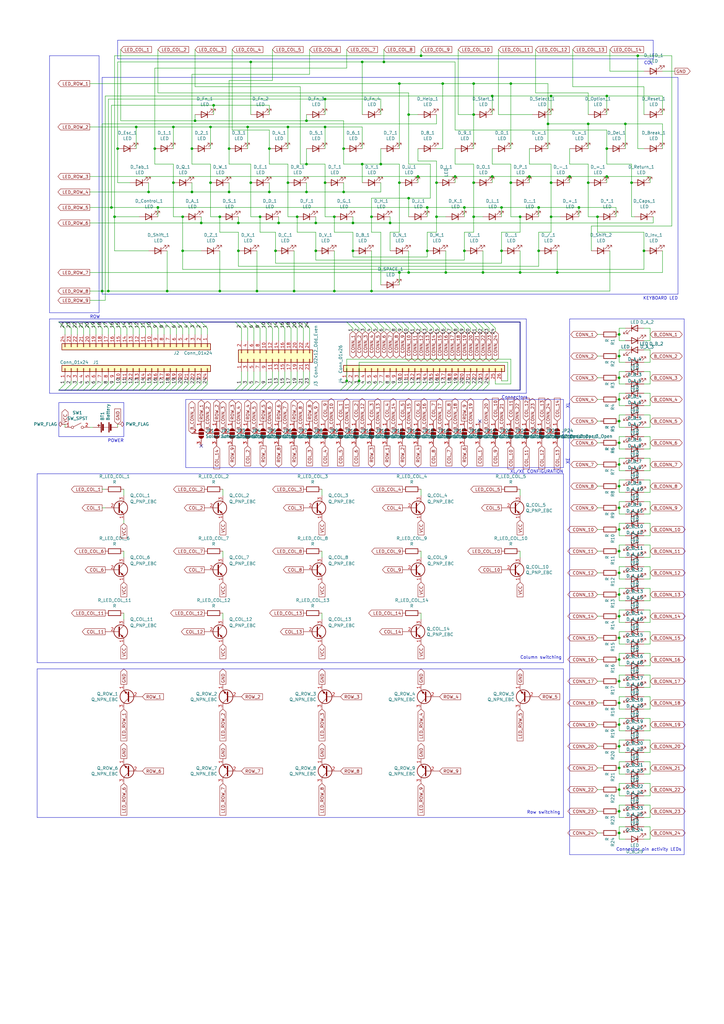
<source format=kicad_sch>
(kicad_sch (version 20230121) (generator eeschema)
  (paper "A3" portrait)
  (title_block (title "Atari keyboard tester board") (date "2021-11-09") (rev "B"))
  (junction (at 74.93 102.87))
  (junction (at 133.35 52.07))
  (junction (at 254 217.17))
  (junction (at 129.54 102.87))
  (junction (at 80.01 49.53))
  (junction (at 160.02 91.44))
  (junction (at 248.92 72.39))
  (junction (at 254 190.5))
  (junction (at 190.5 102.87))
  (junction (at 248.92 39.37))
  (junction (at 224.79 50.8))
  (junction (at 248.92 60.96))
  (junction (at 254 341.63))
  (junction (at 254 306.07))
  (junction (at 152.4 88.9))
  (junction (at 114.3 91.44))
  (junction (at 209.55 74.93))
  (junction (at 82.55 91.44))
  (junction (at 71.12 52.07))
  (junction (at 254 261.62))
  (junction (at 45.72 85.09))
  (junction (at 237.49 85.09))
  (junction (at 254 252.73))
  (junction (at 113.03 102.87))
  (junction (at 86.36 74.93))
  (junction (at 254 332.74))
  (junction (at 125.73 78.74))
  (junction (at 144.78 102.87))
  (junction (at 233.68 72.39))
  (junction (at 209.55 34.29))
  (junction (at 102.87 74.93))
  (junction (at 55.88 52.07))
  (junction (at 101.6 52.07))
  (junction (at 121.92 88.9))
  (junction (at 63.5 60.96))
  (junction (at 102.87 25.4))
  (junction (at 48.26 60.96))
  (junction (at 254 181.61))
  (junction (at 97.79 102.87))
  (junction (at 144.78 91.44))
  (junction (at 118.11 52.07))
  (junction (at 156.21 67.31))
  (junction (at 254 323.85))
  (junction (at 254 314.96))
  (junction (at 163.83 111.76))
  (junction (at 175.26 85.09))
  (junction (at 172.72 22.86))
  (junction (at 167.64 46.99))
  (junction (at 41.91 119.38))
  (junction (at 137.16 88.9))
  (junction (at 175.26 102.87))
  (junction (at 194.31 46.99))
  (junction (at 133.35 40.64))
  (junction (at 226.06 74.93))
  (junction (at 205.74 102.87))
  (junction (at 148.59 25.4))
  (junction (at 198.12 111.76))
  (junction (at 254 163.83))
  (junction (at 179.07 74.93))
  (junction (at 90.17 119.38))
  (junction (at 254 208.28))
  (junction (at 64.77 85.09))
  (junction (at 213.36 111.76))
  (junction (at 86.36 52.07))
  (junction (at 254 154.94))
  (junction (at 118.11 74.93))
  (junction (at 182.88 111.76))
  (junction (at 181.61 34.29))
  (junction (at 254 146.05))
  (junction (at 152.4 119.38))
  (junction (at 129.54 91.44))
  (junction (at 254 137.16))
  (junction (at 157.48 25.4))
  (junction (at 110.49 78.74))
  (junction (at 254 297.18))
  (junction (at 254 279.4))
  (junction (at 148.59 67.31))
  (junction (at 74.93 88.9))
  (junction (at 254 234.95))
  (junction (at 254 288.29))
  (junction (at 44.45 119.38))
  (junction (at 90.17 88.9))
  (junction (at 205.74 85.09))
  (junction (at 68.58 119.38))
  (junction (at 147.32 156.21))
  (junction (at 93.98 60.96))
  (junction (at 163.83 34.29))
  (junction (at 46.99 88.9))
  (junction (at 140.97 60.96))
  (junction (at 71.12 74.93))
  (junction (at 228.6 111.76))
  (junction (at 186.69 72.39))
  (junction (at 241.3 74.93))
  (junction (at 226.06 39.37))
  (junction (at 254 226.06))
  (junction (at 78.74 78.74))
  (junction (at 167.64 111.76))
  (junction (at 125.73 49.53))
  (junction (at 120.65 119.38))
  (junction (at 241.3 50.8))
  (junction (at 220.98 102.87))
  (junction (at 110.49 60.96))
  (junction (at 201.93 72.39))
  (junction (at 106.68 88.9))
  (junction (at 125.73 67.31))
  (junction (at 220.98 85.09))
  (junction (at 105.41 119.38))
  (junction (at 256.54 50.8))
  (junction (at 254 172.72))
  (junction (at 201.93 39.37))
  (junction (at 254 199.39))
  (junction (at 137.16 119.38))
  (junction (at 78.74 60.96))
  (junction (at 194.31 74.93))
  (junction (at 264.16 102.87))
  (junction (at 93.98 78.74))
  (junction (at 194.31 88.9))
  (junction (at 60.96 78.74))
  (junction (at 171.45 72.39))
  (junction (at 140.97 78.74))
  (junction (at 142.24 156.21))
  (junction (at 194.31 34.29))
  (junction (at 190.5 85.09))
  (junction (at 254 243.84))
  (junction (at 87.63 43.18))
  (junction (at 167.64 81.28))
  (junction (at 254 270.51))
  (junction (at 179.07 88.9))
  (junction (at 261.62 22.86))
  (junction (at 259.08 74.93))
  (junction (at 226.06 88.9))
  (junction (at 133.35 74.93))
  (junction (at 163.83 74.93))
  (junction (at 213.36 88.9))
  (junction (at 97.79 91.44))
  (junction (at 217.17 72.39))
  (junction (at 245.11 88.9))
  (no_connect (at 82.55 182.88))
  (no_connect (at 196.85 172.72))
  (bus_entry (at 24.13 132.08) (size 2.54 2.54))
  (bus_entry (at 69.85 132.08) (size 2.54 2.54))
  (bus_entry (at 154.94 160.02) (size 2.54 -2.54))
  (bus_entry (at 147.32 160.02) (size 2.54 -2.54))
  (bus_entry (at 57.15 132.08) (size 2.54 2.54))
  (bus_entry (at 52.07 132.08) (size 2.54 2.54))
  (bus_entry (at 46.99 160.02) (size 2.54 -2.54))
  (bus_entry (at 149.86 132.08) (size 2.54 2.54))
  (bus_entry (at 154.94 132.08) (size 2.54 2.54))
  (bus_entry (at 152.4 160.02) (size 2.54 -2.54))
  (bus_entry (at 57.15 160.02) (size 2.54 -2.54))
  (bus_entry (at 119.38 160.02) (size 2.54 -2.54))
  (bus_entry (at 177.8 160.02) (size 2.54 -2.54))
  (bus_entry (at 31.75 132.08) (size 2.54 2.54))
  (bus_entry (at 82.55 160.02) (size 2.54 -2.54))
  (bus_entry (at 67.31 160.02) (size 2.54 -2.54))
  (bus_entry (at 172.72 132.08) (size 2.54 2.54))
  (bus_entry (at 74.93 132.08) (size 2.54 2.54))
  (bus_entry (at 77.47 132.08) (size 2.54 2.54))
  (bus_entry (at 80.01 132.08) (size 2.54 2.54))
  (bus_entry (at 49.53 132.08) (size 2.54 2.54))
  (bus_entry (at 190.5 132.08) (size 2.54 2.54))
  (bus_entry (at 96.52 160.02) (size 2.54 -2.54))
  (bus_entry (at 106.68 132.08) (size 2.54 2.54))
  (bus_entry (at 44.45 160.02) (size 2.54 -2.54))
  (bus_entry (at 96.52 132.08) (size 2.54 2.54))
  (bus_entry (at 72.39 160.02) (size 2.54 -2.54))
  (bus_entry (at 147.32 132.08) (size 2.54 2.54))
  (bus_entry (at 114.3 132.08) (size 2.54 2.54))
  (bus_entry (at 144.78 160.02) (size 2.54 -2.54))
  (bus_entry (at 39.37 132.08) (size 2.54 2.54))
  (bus_entry (at 59.69 132.08) (size 2.54 2.54))
  (bus_entry (at 77.47 160.02) (size 2.54 -2.54))
  (bus_entry (at 152.4 132.08) (size 2.54 2.54))
  (bus_entry (at 104.14 132.08) (size 2.54 2.54))
  (bus_entry (at 111.76 160.02) (size 2.54 -2.54))
  (bus_entry (at 64.77 160.02) (size 2.54 -2.54))
  (bus_entry (at 59.69 160.02) (size 2.54 -2.54))
  (bus_entry (at 121.92 132.08) (size 2.54 2.54))
  (bus_entry (at 101.6 132.08) (size 2.54 2.54))
  (bus_entry (at 109.22 132.08) (size 2.54 2.54))
  (bus_entry (at 167.64 132.08) (size 2.54 2.54))
  (bus_entry (at 124.46 160.02) (size 2.54 -2.54))
  (bus_entry (at 72.39 132.08) (size 2.54 2.54))
  (bus_entry (at 114.3 160.02) (size 2.54 -2.54))
  (bus_entry (at 175.26 160.02) (size 2.54 -2.54))
  (bus_entry (at 52.07 160.02) (size 2.54 -2.54))
  (bus_entry (at 31.75 160.02) (size 2.54 -2.54))
  (bus_entry (at 157.48 132.08) (size 2.54 2.54))
  (bus_entry (at 36.83 160.02) (size 2.54 -2.54))
  (bus_entry (at 82.55 132.08) (size 2.54 2.54))
  (bus_entry (at 106.68 160.02) (size 2.54 -2.54))
  (bus_entry (at 142.24 160.02) (size 2.54 -2.54))
  (bus_entry (at 187.96 132.08) (size 2.54 2.54))
  (bus_entry (at 49.53 160.02) (size 2.54 -2.54))
  (bus_entry (at 109.22 160.02) (size 2.54 -2.54))
  (bus_entry (at 62.23 132.08) (size 2.54 2.54))
  (bus_entry (at 139.7 160.02) (size 2.54 -2.54))
  (bus_entry (at 99.06 160.02) (size 2.54 -2.54))
  (bus_entry (at 41.91 160.02) (size 2.54 -2.54))
  (bus_entry (at 165.1 160.02) (size 2.54 -2.54))
  (bus_entry (at 116.84 132.08) (size 2.54 2.54))
  (bus_entry (at 29.21 160.02) (size 2.54 -2.54))
  (bus_entry (at 121.92 160.02) (size 2.54 -2.54))
  (bus_entry (at 177.8 132.08) (size 2.54 2.54))
  (bus_entry (at 116.84 160.02) (size 2.54 -2.54))
  (bus_entry (at 34.29 160.02) (size 2.54 -2.54))
  (bus_entry (at 172.72 160.02) (size 2.54 -2.54))
  (bus_entry (at 119.38 132.08) (size 2.54 2.54))
  (bus_entry (at 182.88 132.08) (size 2.54 2.54))
  (bus_entry (at 80.01 160.02) (size 2.54 -2.54))
  (bus_entry (at 67.31 132.08) (size 2.54 2.54))
  (bus_entry (at 54.61 160.02) (size 2.54 -2.54))
  (bus_entry (at 144.78 132.08) (size 2.54 2.54))
  (bus_entry (at 167.64 160.02) (size 2.54 -2.54))
  (bus_entry (at 99.06 132.08) (size 2.54 2.54))
  (bus_entry (at 185.42 160.02) (size 2.54 -2.54))
  (bus_entry (at 198.12 160.02) (size 2.54 -2.54))
  (bus_entry (at 101.6 160.02) (size 2.54 -2.54))
  (bus_entry (at 149.86 160.02) (size 2.54 -2.54))
  (bus_entry (at 193.04 160.02) (size 2.54 -2.54))
  (bus_entry (at 200.66 132.08) (size 2.54 2.54))
  (bus_entry (at 26.67 160.02) (size 2.54 -2.54))
  (bus_entry (at 170.18 160.02) (size 2.54 -2.54))
  (bus_entry (at 69.85 160.02) (size 2.54 -2.54))
  (bus_entry (at 157.48 160.02) (size 2.54 -2.54))
  (bus_entry (at 41.91 132.08) (size 2.54 2.54))
  (bus_entry (at 185.42 132.08) (size 2.54 2.54))
  (bus_entry (at 39.37 160.02) (size 2.54 -2.54))
  (bus_entry (at 29.21 132.08) (size 2.54 2.54))
  (bus_entry (at 74.93 160.02) (size 2.54 -2.54))
  (bus_entry (at 24.13 160.02) (size 2.54 -2.54))
  (bus_entry (at 162.56 160.02) (size 2.54 -2.54))
  (bus_entry (at 26.67 132.08) (size 2.54 2.54))
  (bus_entry (at 195.58 132.08) (size 2.54 2.54))
  (bus_entry (at 62.23 160.02) (size 2.54 -2.54))
  (bus_entry (at 165.1 132.08) (size 2.54 2.54))
  (bus_entry (at 46.99 132.08) (size 2.54 2.54))
  (bus_entry (at 170.18 132.08) (size 2.54 2.54))
  (bus_entry (at 193.04 132.08) (size 2.54 2.54))
  (bus_entry (at 142.24 132.08) (size 2.54 2.54))
  (bus_entry (at 182.88 160.02) (size 2.54 -2.54))
  (bus_entry (at 64.77 132.08) (size 2.54 2.54))
  (bus_entry (at 190.5 160.02) (size 2.54 -2.54))
  (bus_entry (at 198.12 132.08) (size 2.54 2.54))
  (bus_entry (at 34.29 132.08) (size 2.54 2.54))
  (bus_entry (at 124.46 132.08) (size 2.54 2.54))
  (bus_entry (at 162.56 132.08) (size 2.54 2.54))
  (bus_entry (at 180.34 160.02) (size 2.54 -2.54))
  (bus_entry (at 175.26 132.08) (size 2.54 2.54))
  (bus_entry (at 36.83 132.08) (size 2.54 2.54))
  (bus_entry (at 160.02 160.02) (size 2.54 -2.54))
  (bus_entry (at 180.34 132.08) (size 2.54 2.54))
  (bus_entry (at 54.61 132.08) (size 2.54 2.54))
  (bus_entry (at 104.14 160.02) (size 2.54 -2.54))
  (bus_entry (at 44.45 132.08) (size 2.54 2.54))
  (bus_entry (at 160.02 132.08) (size 2.54 2.54))
  (bus_entry (at 195.58 160.02) (size 2.54 -2.54))
  (bus_entry (at 111.76 132.08) (size 2.54 2.54))
  (bus_entry (at 187.96 160.02) (size 2.54 -2.54))
  (wire (pts (xy 220.98 85.09) (xy 205.74 85.09)))
  (wire (pts (xy 220.98 109.22) (xy 97.79 109.22)))
  (wire (pts (xy 152.4 156.21) (xy 152.4 157.48)))
  (bus (pts (xy 104.14 132.08) (xy 106.68 132.08)))
  (wire (pts (xy 167.64 46.99) (xy 167.64 67.31)))
  (wire (pts (xy 110.49 60.96) (xy 110.49 67.31)))
  (wire (pts (xy 186.69 67.31) (xy 194.31 67.31)))
  (wire (pts (xy 233.68 74.93) (xy 233.68 72.39)))
  (wire (pts (xy 152.4 88.9) (xy 152.4 95.25)))
  (wire (pts (xy 62.23 137.16) (xy 62.23 134.62)))
  (wire (pts (xy 254 285.75) (xy 254 288.29)))
  (wire (pts (xy 264.16 179.07) (xy 266.7 179.07)))
  (wire (pts (xy 121.92 88.9) (xy 121.92 95.25)))
  (wire (pts (xy 256.54 134.62) (xy 254 134.62)))
  (bus (pts (xy 77.47 132.08) (xy 80.01 132.08)))
  (bus (pts (xy 41.91 160.02) (xy 44.45 160.02)))
  (wire (pts (xy 256.54 193.04) (xy 254 193.04)))
  (bus (pts (xy 144.78 132.08) (xy 147.32 132.08)))
  (polyline (pts (xy 48.26 16.51) (xy 48.26 24.13)))
  (wire (pts (xy 194.31 74.93) (xy 194.31 88.9)))
  (wire (pts (xy 167.64 156.21) (xy 167.64 157.48)))
  (wire (pts (xy 36.83 156.21) (xy 36.83 157.48)))
  (wire (pts (xy 69.85 156.21) (xy 69.85 157.48)))
  (wire (pts (xy 36.83 78.74) (xy 60.96 78.74)))
  (wire (pts (xy 54.61 156.21) (xy 54.61 157.48)))
  (wire (pts (xy 264.16 303.53) (xy 266.7 303.53)))
  (wire (pts (xy 172.72 22.86) (xy 46.99 22.86)))
  (wire (pts (xy 46.99 156.21) (xy 46.99 157.48)))
  (wire (pts (xy 26.67 156.21) (xy 26.67 157.48)))
  (bus (pts (xy 31.75 132.08) (xy 34.29 132.08)))
  (wire (pts (xy 187.96 46.99) (xy 194.31 46.99)))
  (bus (pts (xy 162.56 160.02) (xy 165.1 160.02)))
  (wire (pts (xy 119.38 134.62) (xy 119.38 139.7)))
  (wire (pts (xy 163.83 116.84) (xy 163.83 111.76)))
  (wire (pts (xy 245.11 252.73) (xy 246.38 252.73)))
  (wire (pts (xy 266.7 339.09) (xy 266.7 344.17)))
  (polyline (pts (xy 48.26 24.13) (xy 267.97 24.13)))
  (wire (pts (xy 266.7 246.38) (xy 264.16 246.38)))
  (wire (pts (xy 266.7 179.07) (xy 266.7 184.15)))
  (wire (pts (xy 167.64 111.76) (xy 182.88 111.76)))
  (wire (pts (xy 266.7 335.28) (xy 264.16 335.28)))
  (wire (pts (xy 111.76 20.32) (xy 111.76 33.02)))
  (wire (pts (xy 46.99 88.9) (xy 57.15 88.9)))
  (bus (pts (xy 114.3 160.02) (xy 116.84 160.02)))
  (wire (pts (xy 163.83 67.31) (xy 163.83 74.93)))
  (wire (pts (xy 234.95 35.56) (xy 264.16 35.56)))
  (wire (pts (xy 254 279.4) (xy 254 281.94)))
  (wire (pts (xy 68.58 102.87) (xy 68.58 119.38)))
  (wire (pts (xy 118.11 88.9) (xy 121.92 88.9)))
  (wire (pts (xy 245.11 190.5) (xy 246.38 190.5)))
  (bus (pts (xy 170.18 132.08) (xy 172.72 132.08)))
  (polyline (pts (xy 215.9 130.81) (xy 215.9 161.29)))
  (bus (pts (xy 119.38 160.02) (xy 121.92 160.02)))
  (wire (pts (xy 256.54 166.37) (xy 254 166.37)))
  (wire (pts (xy 137.16 102.87) (xy 137.16 119.38)))
  (bus (pts (xy 39.37 132.08) (xy 41.91 132.08)))
  (wire (pts (xy 254 261.62) (xy 254 264.16)))
  (polyline (pts (xy 231.14 274.32) (xy 231.14 335.28)))
  (wire (pts (xy 256.54 303.53) (xy 254 303.53)))
  (wire (pts (xy 241.3 50.8) (xy 224.79 50.8)))
  (wire (pts (xy 86.36 60.96) (xy 86.36 52.07)))
  (wire (pts (xy 200.66 156.21) (xy 200.66 157.48)))
  (wire (pts (xy 39.37 156.21) (xy 39.37 157.48)))
  (wire (pts (xy 172.72 200.66) (xy 172.72 203.2)))
  (wire (pts (xy 186.69 25.4) (xy 157.48 25.4)))
  (wire (pts (xy 254 226.06) (xy 254 228.6)))
  (wire (pts (xy 176.53 81.28) (xy 167.64 81.28)))
  (wire (pts (xy 266.7 237.49) (xy 264.16 237.49)))
  (wire (pts (xy 101.6 152.4) (xy 101.6 157.48)))
  (wire (pts (xy 252.73 85.09) (xy 237.49 85.09)))
  (wire (pts (xy 266.7 148.59) (xy 264.16 148.59)))
  (polyline (pts (xy 231.14 274.32) (xy 15.24 274.32)))
  (wire (pts (xy 46.99 102.87) (xy 60.96 102.87)))
  (bus (pts (xy 52.07 132.08) (xy 54.61 132.08)))
  (wire (pts (xy 256.54 255.27) (xy 254 255.27)))
  (wire (pts (xy 179.07 88.9) (xy 182.88 88.9)))
  (bus (pts (xy 170.18 160.02) (xy 172.72 160.02)))
  (bus (pts (xy 193.04 132.08) (xy 195.58 132.08)))
  (wire (pts (xy 127 134.62) (xy 127 139.7)))
  (wire (pts (xy 50.8 251.46) (xy 50.8 254)))
  (wire (pts (xy 180.34 134.62) (xy 180.34 135.89)))
  (wire (pts (xy 254 321.31) (xy 254 323.85)))
  (wire (pts (xy 157.48 156.21) (xy 157.48 157.48)))
  (wire (pts (xy 99.06 134.62) (xy 99.06 139.7)))
  (wire (pts (xy 110.49 53.34) (xy 95.25 53.34)))
  (wire (pts (xy 154.94 134.62) (xy 154.94 135.89)))
  (wire (pts (xy 181.61 34.29) (xy 181.61 60.96)))
  (wire (pts (xy 245.11 163.83) (xy 246.38 163.83)))
  (wire (pts (xy 256.54 139.7) (xy 254 139.7)))
  (wire (pts (xy 46.99 88.9) (xy 46.99 102.87)))
  (wire (pts (xy 208.28 148.59) (xy 208.28 156.21)))
  (bus (pts (xy 34.29 132.08) (xy 36.83 132.08)))
  (wire (pts (xy 205.74 102.87) (xy 205.74 107.95)))
  (wire (pts (xy 252.73 88.9) (xy 252.73 85.09)))
  (polyline (pts (xy 15.24 335.28) (xy 231.14 335.28)))
  (bus (pts (xy 36.83 132.08) (xy 39.37 132.08)))
  (wire (pts (xy 187.96 134.62) (xy 187.96 135.89)))
  (wire (pts (xy 90.17 95.25) (xy 90.17 88.9)))
  (wire (pts (xy 276.86 29.21) (xy 271.78 29.21)))
  (wire (pts (xy 97.79 88.9) (xy 97.79 91.44)))
  (bus (pts (xy 160.02 160.02) (xy 162.56 160.02)))
  (wire (pts (xy 171.45 60.96) (xy 171.45 66.04)))
  (wire (pts (xy 198.12 134.62) (xy 198.12 135.89)))
  (bus (pts (xy 29.21 132.08) (xy 31.75 132.08)))
  (wire (pts (xy 256.54 339.09) (xy 254 339.09)))
  (wire (pts (xy 120.65 119.38) (xy 137.16 119.38)))
  (wire (pts (xy 119.38 152.4) (xy 119.38 157.48)))
  (wire (pts (xy 254 323.85) (xy 254 326.39)))
  (wire (pts (xy 144.78 102.87) (xy 144.78 105.41)))
  (wire (pts (xy 113.03 95.25) (xy 113.03 102.87)))
  (wire (pts (xy 266.7 232.41) (xy 266.7 237.49)))
  (bus (pts (xy 72.39 132.08) (xy 74.93 132.08)))
  (wire (pts (xy 152.4 134.62) (xy 152.4 135.89)))
  (wire (pts (xy 264.16 196.85) (xy 266.7 196.85)))
  (wire (pts (xy 264.16 170.18) (xy 266.7 170.18)))
  (wire (pts (xy 266.7 175.26) (xy 264.16 175.26)))
  (wire (pts (xy 186.69 53.34) (xy 186.69 25.4)))
  (wire (pts (xy 248.92 74.93) (xy 248.92 72.39)))
  (polyline (pts (xy 267.97 16.51) (xy 267.97 24.13)))
  (bus (pts (xy 142.24 160.02) (xy 144.78 160.02)))
  (wire (pts (xy 242.57 102.87) (xy 242.57 92.71)))
  (wire (pts (xy 175.26 88.9) (xy 175.26 85.09)))
  (wire (pts (xy 256.54 232.41) (xy 254 232.41)))
  (wire (pts (xy 91.44 251.46) (xy 91.44 254)))
  (wire (pts (xy 177.8 134.62) (xy 177.8 135.89)))
  (wire (pts (xy 266.7 294.64) (xy 266.7 299.72)))
  (bus (pts (xy 114.3 132.08) (xy 116.84 132.08)))
  (bus (pts (xy 124.46 160.02) (xy 139.7 160.02)))
  (wire (pts (xy 256.54 205.74) (xy 254 205.74)))
  (wire (pts (xy 85.09 156.21) (xy 85.09 157.48)))
  (wire (pts (xy 254 303.53) (xy 254 306.07)))
  (bus (pts (xy 139.7 160.02) (xy 142.24 160.02)))
  (wire (pts (xy 254 294.64) (xy 254 297.18)))
  (polyline (pts (xy 233.68 350.52) (xy 233.68 130.81)))
  (wire (pts (xy 264.16 259.08) (xy 266.7 259.08)))
  (wire (pts (xy 182.88 102.87) (xy 182.88 111.76)))
  (bus (pts (xy 46.99 132.08) (xy 49.53 132.08)))
  (polyline (pts (xy 233.68 130.81) (xy 280.67 130.81)))
  (wire (pts (xy 245.11 332.74) (xy 246.38 332.74)))
  (wire (pts (xy 31.75 134.62) (xy 31.75 137.16)))
  (bus (pts (xy 124.46 132.08) (xy 142.24 132.08)))
  (wire (pts (xy 26.67 134.62) (xy 26.67 137.16)))
  (wire (pts (xy 256.54 175.26) (xy 254 175.26)))
  (wire (pts (xy 254 339.09) (xy 254 341.63)))
  (wire (pts (xy 194.31 88.9) (xy 194.31 95.25)))
  (wire (pts (xy 217.17 67.31) (xy 226.06 67.31)))
  (wire (pts (xy 203.2 156.21) (xy 203.2 157.48)))
  (wire (pts (xy 179.07 95.25) (xy 175.26 95.25)))
  (wire (pts (xy 60.96 78.74) (xy 60.96 74.93)))
  (wire (pts (xy 256.54 210.82) (xy 254 210.82)))
  (wire (pts (xy 190.5 156.21) (xy 190.5 157.48)))
  (wire (pts (xy 266.7 326.39) (xy 264.16 326.39)))
  (wire (pts (xy 256.54 148.59) (xy 254 148.59)))
  (wire (pts (xy 160.02 95.25) (xy 160.02 102.87)))
  (wire (pts (xy 256.54 250.19) (xy 254 250.19)))
  (wire (pts (xy 271.78 46.99) (xy 271.78 39.37)))
  (wire (pts (xy 102.87 88.9) (xy 106.68 88.9)))
  (wire (pts (xy 54.61 134.62) (xy 54.61 137.16)))
  (wire (pts (xy 80.01 137.16) (xy 80.01 134.62)))
  (wire (pts (xy 163.83 111.76) (xy 36.83 111.76)))
  (wire (pts (xy 110.49 43.18) (xy 110.49 46.99)))
  (wire (pts (xy 245.11 95.25) (xy 264.16 95.25)))
  (polyline (pts (xy 15.24 194.31) (xy 15.24 271.78)))
  (wire (pts (xy 133.35 88.9) (xy 137.16 88.9)))
  (wire (pts (xy 259.08 67.31) (xy 259.08 74.93)))
  (wire (pts (xy 264.16 241.3) (xy 266.7 241.3)))
  (wire (pts (xy 220.98 102.87) (xy 220.98 109.22)))
  (wire (pts (xy 118.11 52.07) (xy 101.6 52.07)))
  (wire (pts (xy 205.74 88.9) (xy 205.74 85.09)))
  (wire (pts (xy 190.5 134.62) (xy 190.5 135.89)))
  (wire (pts (xy 209.55 88.9) (xy 209.55 74.93)))
  (wire (pts (xy 204.47 20.32) (xy 204.47 46.99)))
  (wire (pts (xy 256.54 170.18) (xy 254 170.18)))
  (wire (pts (xy 95.25 53.34) (xy 95.25 20.32)))
  (wire (pts (xy 82.55 137.16) (xy 82.55 134.62)))
  (wire (pts (xy 256.54 223.52) (xy 254 223.52)))
  (wire (pts (xy 250.19 29.21) (xy 250.19 20.32)))
  (wire (pts (xy 110.49 67.31) (xy 118.11 67.31)))
  (wire (pts (xy 64.77 20.32) (xy 64.77 38.1)))
  (wire (pts (xy 175.26 134.62) (xy 175.26 135.89)))
  (wire (pts (xy 256.54 273.05) (xy 254 273.05)))
  (wire (pts (xy 148.59 25.4) (xy 102.87 25.4)))
  (wire (pts (xy 49.53 156.21) (xy 49.53 157.48)))
  (wire (pts (xy 72.39 137.16) (xy 72.39 134.62)))
  (wire (pts (xy 86.36 67.31) (xy 86.36 74.93)))
  (wire (pts (xy 254 170.18) (xy 254 172.72)))
  (wire (pts (xy 67.31 156.21) (xy 67.31 157.48)))
  (wire (pts (xy 266.7 303.53) (xy 266.7 308.61)))
  (polyline (pts (xy 50.8 165.1) (xy 24.13 165.1)))
  (wire (pts (xy 208.28 156.21) (xy 205.74 156.21)))
  (wire (pts (xy 226.06 46.99) (xy 226.06 39.37)))
  (wire (pts (xy 82.55 88.9) (xy 82.55 91.44)))
  (polyline (pts (xy 231.14 163.83) (xy 231.14 191.77)))
  (wire (pts (xy 111.76 134.62) (xy 111.76 139.7)))
  (wire (pts (xy 217.17 74.93) (xy 217.17 72.39)))
  (wire (pts (xy 256.54 228.6) (xy 254 228.6)))
  (wire (pts (xy 241.3 74.93) (xy 241.3 88.9)))
  (wire (pts (xy 175.26 85.09) (xy 190.5 85.09)))
  (wire (pts (xy 102.87 25.4) (xy 48.26 25.4)))
  (wire (pts (xy 149.86 134.62) (xy 149.86 135.89)))
  (bus (pts (xy 77.47 160.02) (xy 80.01 160.02)))
  (wire (pts (xy 148.59 52.07) (xy 133.35 52.07)))
  (polyline (pts (xy 20.32 128.27) (xy 20.32 22.86)))
  (wire (pts (xy 254 312.42) (xy 254 314.96)))
  (wire (pts (xy 147.32 148.59) (xy 147.32 156.21)))
  (wire (pts (xy 256.54 267.97) (xy 254 267.97)))
  (wire (pts (xy 256.54 152.4) (xy 254 152.4)))
  (wire (pts (xy 254 234.95) (xy 254 237.49)))
  (wire (pts (xy 133.35 40.64) (xy 156.21 40.64)))
  (bus (pts (xy 121.92 160.02) (xy 124.46 160.02)))
  (wire (pts (xy 63.5 27.94) (xy 63.5 60.96)))
  (wire (pts (xy 41.91 156.21) (xy 41.91 157.48)))
  (wire (pts (xy 200.66 134.62) (xy 200.66 135.89)))
  (wire (pts (xy 44.45 156.21) (xy 44.45 157.48)))
  (wire (pts (xy 162.56 156.21) (xy 162.56 157.48)))
  (wire (pts (xy 219.71 20.32) (xy 219.71 38.1)))
  (wire (pts (xy 266.7 72.39) (xy 248.92 72.39)))
  (bus (pts (xy 111.76 160.02) (xy 114.3 160.02)))
  (wire (pts (xy 194.31 34.29) (xy 194.31 46.99)))
  (wire (pts (xy 104.14 152.4) (xy 104.14 157.48)))
  (wire (pts (xy 60.96 78.74) (xy 78.74 78.74)))
  (wire (pts (xy 266.7 259.08) (xy 266.7 264.16)))
  (bus (pts (xy 147.32 132.08) (xy 149.86 132.08)))
  (wire (pts (xy 165.1 134.62) (xy 165.1 135.89)))
  (wire (pts (xy 78.74 30.48) (xy 127 30.48)))
  (bus (pts (xy 116.84 132.08) (xy 119.38 132.08)))
  (wire (pts (xy 144.78 95.25) (xy 144.78 102.87)))
  (polyline (pts (xy 20.32 161.29) (xy 215.9 161.29)))
  (wire (pts (xy 74.93 88.9) (xy 74.93 102.87)))
  (bus (pts (xy 162.56 132.08) (xy 165.1 132.08)))
  (wire (pts (xy 80.01 20.32) (xy 80.01 35.56)))
  (wire (pts (xy 182.88 156.21) (xy 182.88 157.48)))
  (wire (pts (xy 256.54 259.08) (xy 254 259.08)))
  (wire (pts (xy 71.12 67.31) (xy 71.12 74.93)))
  (wire (pts (xy 264.16 339.09) (xy 266.7 339.09)))
  (wire (pts (xy 226.06 74.93) (xy 226.06 88.9)))
  (polyline (pts (xy 20.32 22.86) (xy 40.64 22.86)))
  (wire (pts (xy 167.64 102.87) (xy 167.64 111.76)))
  (wire (pts (xy 256.54 50.8) (xy 271.78 50.8)))
  (wire (pts (xy 245.11 288.29) (xy 246.38 288.29)))
  (wire (pts (xy 254 172.72) (xy 254 175.26)))
  (bus (pts (xy 172.72 132.08) (xy 175.26 132.08)))
  (wire (pts (xy 266.7 214.63) (xy 266.7 219.71)))
  (wire (pts (xy 109.22 152.4) (xy 109.22 157.48)))
  (bus (pts (xy 165.1 160.02) (xy 167.64 160.02)))
  (wire (pts (xy 129.54 88.9) (xy 129.54 91.44)))
  (wire (pts (xy 256.54 184.15) (xy 254 184.15)))
  (wire (pts (xy 105.41 119.38) (xy 120.65 119.38)))
  (wire (pts (xy 93.98 67.31) (xy 102.87 67.31)))
  (wire (pts (xy 118.11 60.96) (xy 118.11 52.07)))
  (bus (pts (xy 96.52 132.08) (xy 99.06 132.08)))
  (wire (pts (xy 254 306.07) (xy 254 308.61)))
  (wire (pts (xy 224.79 60.96) (xy 224.79 50.8)))
  (polyline (pts (xy 24.13 165.1) (xy 24.13 179.07)))
  (wire (pts (xy 245.11 297.18) (xy 246.38 297.18)))
  (wire (pts (xy 80.01 46.99) (xy 80.01 49.53)))
  (wire (pts (xy 170.18 134.62) (xy 170.18 135.89)))
  (wire (pts (xy 172.72 20.32) (xy 172.72 22.86)))
  (wire (pts (xy 140.97 49.53) (xy 140.97 60.96)))
  (wire (pts (xy 177.8 156.21) (xy 177.8 157.48)))
  (wire (pts (xy 266.7 74.93) (xy 266.7 72.39)))
  (wire (pts (xy 157.48 134.62) (xy 157.48 135.89)))
  (wire (pts (xy 213.36 200.66) (xy 213.36 203.2)))
  (bus (pts (xy 157.48 160.02) (xy 160.02 160.02)))
  (polyline (pts (xy 76.2 163.83) (xy 76.2 191.77)))
  (wire (pts (xy 59.69 156.21) (xy 59.69 157.48)))
  (bus (pts (xy 149.86 160.02) (xy 152.4 160.02)))
  (wire (pts (xy 142.24 27.94) (xy 63.5 27.94)))
  (bus (pts (xy 46.99 160.02) (xy 49.53 160.02)))
  (bus (pts (xy 59.69 132.08) (xy 62.23 132.08)))
  (wire (pts (xy 44.45 134.62) (xy 44.45 137.16)))
  (wire (pts (xy 41.91 50.8) (xy 179.07 50.8)))
  (wire (pts (xy 111.76 152.4) (xy 111.76 157.48)))
  (polyline (pts (xy 41.91 120.65) (xy 41.91 31.75)))
  (wire (pts (xy 74.93 156.21) (xy 74.93 157.48)))
  (wire (pts (xy 219.71 38.1) (xy 241.3 38.1)))
  (wire (pts (xy 36.83 34.29) (xy 163.83 34.29)))
  (wire (pts (xy 254 196.85) (xy 254 199.39)))
  (wire (pts (xy 52.07 156.21) (xy 52.07 157.48)))
  (wire (pts (xy 156.21 95.25) (xy 156.21 116.84)))
  (polyline (pts (xy 231.14 163.83) (xy 76.2 163.83)))
  (bus (pts (xy 152.4 160.02) (xy 154.94 160.02)))
  (wire (pts (xy 245.11 306.07) (xy 246.38 306.07)))
  (wire (pts (xy 48.26 173.99) (xy 48.26 175.26)))
  (wire (pts (xy 201.93 67.31) (xy 201.93 60.96)))
  (wire (pts (xy 49.53 134.62) (xy 49.53 137.16)))
  (wire (pts (xy 266.7 344.17) (xy 264.16 344.17)))
  (polyline (pts (xy 267.97 16.51) (xy 48.26 16.51)))
  (polyline (pts (xy 41.91 120.65) (xy 278.13 120.65)))
  (wire (pts (xy 228.6 111.76) (xy 228.6 102.87)))
  (wire (pts (xy 185.42 134.62) (xy 185.42 135.89)))
  (bus (pts (xy 121.92 132.08) (xy 124.46 132.08)))
  (wire (pts (xy 256.54 285.75) (xy 254 285.75)))
  (wire (pts (xy 187.96 20.32) (xy 187.96 46.99)))
  (wire (pts (xy 213.36 226.06) (xy 213.36 228.6)))
  (wire (pts (xy 36.83 123.19) (xy 43.18 123.19)))
  (wire (pts (xy 254 270.51) (xy 254 273.05)))
  (wire (pts (xy 267.97 88.9) (xy 267.97 91.44)))
  (wire (pts (xy 114.3 88.9) (xy 114.3 91.44)))
  (wire (pts (xy 256.54 294.64) (xy 254 294.64)))
  (wire (pts (xy 154.94 156.21) (xy 154.94 157.48)))
  (wire (pts (xy 50.8 214.63) (xy 50.8 213.36)))
  (wire (pts (xy 48.26 60.96) (xy 48.26 74.93)))
  (wire (pts (xy 78.74 60.96) (xy 78.74 67.31)))
  (wire (pts (xy 157.48 25.4) (xy 148.59 25.4)))
  (bus (pts (xy 142.24 132.08) (xy 144.78 132.08)))
  (wire (pts (xy 264.16 312.42) (xy 266.7 312.42)))
  (wire (pts (xy 264.16 250.19) (xy 266.7 250.19)))
  (bus (pts (xy 54.61 132.08) (xy 57.15 132.08)))
  (bus (pts (xy 44.45 132.08) (xy 46.99 132.08)))
  (wire (pts (xy 264.16 205.74) (xy 266.7 205.74)))
  (wire (pts (xy 102.87 46.99) (xy 102.87 25.4)))
  (wire (pts (xy 172.72 251.46) (xy 172.72 254)))
  (wire (pts (xy 256.54 308.61) (xy 254 308.61)))
  (wire (pts (xy 49.53 49.53) (xy 80.01 49.53)))
  (polyline (pts (xy 215.9 130.81) (xy 20.32 130.81)))
  (wire (pts (xy 97.79 102.87) (xy 97.79 109.22)))
  (wire (pts (xy 152.4 81.28) (xy 152.4 88.9)))
  (wire (pts (xy 106.68 134.62) (xy 106.68 139.7)))
  (wire (pts (xy 125.73 74.93) (xy 125.73 78.74)))
  (bus (pts (xy 26.67 132.08) (xy 29.21 132.08)))
  (wire (pts (xy 116.84 134.62) (xy 116.84 139.7)))
  (wire (pts (xy 77.47 137.16) (xy 77.47 134.62)))
  (wire (pts (xy 266.7 330.2) (xy 266.7 335.28)))
  (wire (pts (xy 175.26 102.87) (xy 175.26 105.41)))
  (bus (pts (xy 80.01 132.08) (xy 82.55 132.08)))
  (wire (pts (xy 71.12 52.07) (xy 55.88 52.07)))
  (wire (pts (xy 186.69 74.93) (xy 186.69 72.39)))
  (bus (pts (xy 82.55 132.08) (xy 96.52 132.08)))
  (wire (pts (xy 194.31 34.29) (xy 181.61 34.29)))
  (wire (pts (xy 254 259.08) (xy 254 261.62)))
  (polyline (pts (xy 15.24 194.31) (xy 231.14 194.31)))
  (polyline (pts (xy 231.14 194.31) (xy 231.14 271.78)))
  (wire (pts (xy 152.4 81.28) (xy 167.64 81.28)))
  (wire (pts (xy 57.15 137.16) (xy 57.15 134.62)))
  (wire (pts (xy 64.77 85.09) (xy 175.26 85.09)))
  (wire (pts (xy 170.18 156.21) (xy 170.18 157.48)))
  (bus (pts (xy 106.68 132.08) (xy 109.22 132.08)))
  (bus (pts (xy 101.6 160.02) (xy 104.14 160.02)))
  (wire (pts (xy 179.07 66.04) (xy 179.07 74.93)))
  (bus (pts (xy 69.85 160.02) (xy 72.39 160.02)))
  (wire (pts (xy 144.78 134.62) (xy 144.78 135.89)))
  (wire (pts (xy 87.63 43.18) (xy 110.49 43.18)))
  (bus (pts (xy 62.23 160.02) (xy 64.77 160.02)))
  (wire (pts (xy 209.55 157.48) (xy 209.55 147.32)))
  (polyline (pts (xy 231.14 271.78) (xy 15.24 271.78)))
  (wire (pts (xy 224.79 34.29) (xy 209.55 34.29)))
  (wire (pts (xy 64.77 156.21) (xy 64.77 157.48)))
  (wire (pts (xy 63.5 60.96) (xy 63.5 67.31)))
  (wire (pts (xy 80.01 49.53) (xy 125.73 49.53)))
  (wire (pts (xy 67.31 137.16) (xy 67.31 134.62)))
  (wire (pts (xy 266.7 255.27) (xy 264.16 255.27)))
  (wire (pts (xy 172.72 226.06) (xy 172.72 228.6)))
  (wire (pts (xy 266.7 228.6) (xy 264.16 228.6)))
  (wire (pts (xy 101.6 134.62) (xy 101.6 139.7)))
  (wire (pts (xy 275.59 22.86) (xy 261.62 22.86)))
  (wire (pts (xy 111.76 33.02) (xy 93.98 33.02)))
  (wire (pts (xy 179.07 74.93) (xy 179.07 88.9)))
  (bus (pts (xy 154.94 132.08) (xy 157.48 132.08)))
  (wire (pts (xy 110.49 74.93) (xy 110.49 78.74)))
  (wire (pts (xy 194.31 95.25) (xy 190.5 95.25)))
  (bus (pts (xy 101.6 132.08) (xy 104.14 132.08)))
  (polyline (pts (xy 24.13 179.07) (xy 50.8 179.07)))
  (wire (pts (xy 45.72 85.09) (xy 64.77 85.09)))
  (bus (pts (xy 54.61 160.02) (xy 57.15 160.02)))
  (bus (pts (xy 109.22 132.08) (xy 111.76 132.08)))
  (bus (pts (xy 99.06 160.02) (xy 101.6 160.02)))
  (wire (pts (xy 266.7 152.4) (xy 266.7 157.48)))
  (wire (pts (xy 201.93 74.93) (xy 201.93 72.39)))
  (wire (pts (xy 106.68 95.25) (xy 113.03 95.25)))
  (wire (pts (xy 254 146.05) (xy 254 148.59)))
  (bus (pts (xy 36.83 160.02) (xy 39.37 160.02)))
  (wire (pts (xy 220.98 95.25) (xy 220.98 102.87)))
  (wire (pts (xy 26.67 173.99) (xy 26.67 175.26)))
  (wire (pts (xy 205.74 95.25) (xy 205.74 102.87)))
  (wire (pts (xy 160.02 134.62) (xy 160.02 135.89)))
  (bus (pts (xy 39.37 160.02) (xy 41.91 160.02)))
  (wire (pts (xy 256.54 161.29) (xy 254 161.29)))
  (bus (pts (xy 31.75 160.02) (xy 34.29 160.02)))
  (bus (pts (xy 59.69 160.02) (xy 62.23 160.02)))
  (bus (pts (xy 182.88 132.08) (xy 185.42 132.08)))
  (wire (pts (xy 194.31 67.31) (xy 194.31 74.93)))
  (wire (pts (xy 156.21 67.31) (xy 163.83 67.31)))
  (wire (pts (xy 106.68 152.4) (xy 106.68 157.48)))
  (wire (pts (xy 125.73 49.53) (xy 125.73 46.99)))
  (wire (pts (xy 137.16 119.38) (xy 152.4 119.38)))
  (polyline (pts (xy 15.24 274.32) (xy 15.24 335.28)))
  (wire (pts (xy 172.72 156.21) (xy 172.72 157.48)))
  (wire (pts (xy 160.02 91.44) (xy 144.78 91.44)))
  (wire (pts (xy 129.54 91.44) (xy 114.3 91.44)))
  (bus (pts (xy 49.53 132.08) (xy 52.07 132.08)))
  (wire (pts (xy 93.98 74.93) (xy 93.98 78.74)))
  (wire (pts (xy 213.36 111.76) (xy 228.6 111.76)))
  (bus (pts (xy 187.96 160.02) (xy 190.5 160.02)))
  (wire (pts (xy 194.31 88.9) (xy 198.12 88.9)))
  (polyline (pts (xy 233.68 350.52) (xy 280.67 350.52)))
  (wire (pts (xy 264.16 152.4) (xy 266.7 152.4)))
  (wire (pts (xy 142.24 147.32) (xy 142.24 156.21)))
  (bus (pts (xy 109.22 160.02) (xy 111.76 160.02)))
  (wire (pts (xy 36.83 134.62) (xy 36.83 137.16)))
  (wire (pts (xy 48.26 74.93) (xy 53.34 74.93)))
  (wire (pts (xy 201.93 39.37) (xy 201.93 46.99)))
  (wire (pts (xy 175.26 156.21) (xy 175.26 157.48)))
  (wire (pts (xy 125.73 78.74) (xy 140.97 78.74)))
  (wire (pts (xy 114.3 152.4) (xy 114.3 157.48)))
  (wire (pts (xy 245.11 234.95) (xy 246.38 234.95)))
  (wire (pts (xy 34.29 156.21) (xy 34.29 157.48)))
  (bus (pts (xy 74.93 160.02) (xy 77.47 160.02)))
  (wire (pts (xy 264.16 102.87) (xy 264.16 110.49)))
  (wire (pts (xy 245.11 154.94) (xy 246.38 154.94)))
  (wire (pts (xy 156.21 40.64) (xy 156.21 46.99)))
  (wire (pts (xy 245.11 243.84) (xy 246.38 243.84)))
  (wire (pts (xy 41.91 50.8) (xy 41.91 119.38)))
  (wire (pts (xy 217.17 72.39) (xy 201.93 72.39)))
  (wire (pts (xy 186.69 72.39) (xy 171.45 72.39)))
  (wire (pts (xy 41.91 200.66) (xy 43.18 200.66)))
  (wire (pts (xy 87.63 46.99) (xy 87.63 43.18)))
  (wire (pts (xy 250.19 29.21) (xy 264.16 29.21)))
  (wire (pts (xy 62.23 156.21) (xy 62.23 157.48)))
  (wire (pts (xy 162.56 134.62) (xy 162.56 135.89)))
  (wire (pts (xy 127 152.4) (xy 127 157.48)))
  (wire (pts (xy 157.48 20.32) (xy 157.48 25.4)))
  (bus (pts (xy 119.38 132.08) (xy 121.92 132.08)))
  (wire (pts (xy 86.36 67.31) (xy 78.74 67.31)))
  (wire (pts (xy 233.68 60.96) (xy 233.68 67.31)))
  (wire (pts (xy 254 137.16) (xy 254 139.7)))
  (wire (pts (xy 74.93 137.16) (xy 74.93 134.62)))
  (wire (pts (xy 71.12 60.96) (xy 71.12 52.07)))
  (polyline (pts (xy 41.91 31.75) (xy 278.13 31.75)))
  (wire (pts (xy 148.59 46.99) (xy 148.59 25.4)))
  (wire (pts (xy 254 314.96) (xy 254 317.5)))
  (wire (pts (xy 266.7 196.85) (xy 266.7 201.93)))
  (wire (pts (xy 256.54 321.31) (xy 254 321.31)))
  (wire (pts (xy 254 208.28) (xy 254 210.82)))
  (wire (pts (xy 254 332.74) (xy 254 335.28)))
  (wire (pts (xy 105.41 102.87) (xy 105.41 119.38)))
  (bus (pts (xy 44.45 160.02) (xy 46.99 160.02)))
  (wire (pts (xy 41.91 134.62) (xy 41.91 137.16)))
  (bus (pts (xy 104.14 160.02) (xy 106.68 160.02)))
  (wire (pts (xy 213.36 102.87) (xy 213.36 111.76)))
  (polyline (pts (xy 40.64 22.86) (xy 40.64 128.27)))
  (wire (pts (xy 198.12 156.21) (xy 198.12 157.48)))
  (wire (pts (xy 266.7 187.96) (xy 266.7 193.04)))
  (wire (pts (xy 148.59 60.96) (xy 148.59 52.07)))
  (wire (pts (xy 190.5 102.87) (xy 190.5 106.68)))
  (wire (pts (xy 267.97 91.44) (xy 160.02 91.44)))
  (wire (pts (xy 137.16 88.9) (xy 137.16 95.25)))
  (wire (pts (xy 266.7 317.5) (xy 264.16 317.5)))
  (wire (pts (xy 266.7 285.75) (xy 266.7 290.83)))
  (wire (pts (xy 264.16 294.64) (xy 266.7 294.64)))
  (wire (pts (xy 113.03 102.87) (xy 113.03 107.95)))
  (bus (pts (xy 67.31 160.02) (xy 69.85 160.02)))
  (wire (pts (xy 78.74 74.93) (xy 78.74 78.74)))
  (wire (pts (xy 245.11 199.39) (xy 246.38 199.39)))
  (wire (pts (xy 241.3 88.9) (xy 245.11 88.9)))
  (wire (pts (xy 121.92 134.62) (xy 121.92 139.7)))
  (wire (pts (xy 147.32 156.21) (xy 147.32 157.48)))
  (wire (pts (xy 254 187.96) (xy 254 190.5)))
  (polyline (pts (xy 280.67 130.81) (xy 280.67 350.52)))
  (wire (pts (xy 256.54 196.85) (xy 254 196.85)))
  (wire (pts (xy 226.06 88.9) (xy 226.06 95.25)))
  (wire (pts (xy 254 199.39) (xy 254 201.93)))
  (wire (pts (xy 264.16 330.2) (xy 266.7 330.2)))
  (wire (pts (xy 181.61 60.96) (xy 179.07 60.96)))
  (bus (pts (xy 190.5 132.08) (xy 193.04 132.08)))
  (wire (pts (xy 226.06 95.25) (xy 220.98 95.25)))
  (wire (pts (xy 256.54 290.83) (xy 254 290.83)))
  (wire (pts (xy 241.3 67.31) (xy 241.3 74.93)))
  (wire (pts (xy 106.68 88.9) (xy 106.68 95.25)))
  (wire (pts (xy 209.55 34.29) (xy 194.31 34.29)))
  (wire (pts (xy 182.88 134.62) (xy 182.88 135.89)))
  (wire (pts (xy 245.11 341.63) (xy 246.38 341.63)))
  (wire (pts (xy 256.54 246.38) (xy 254 246.38)))
  (bus (pts (xy 99.06 132.08) (xy 101.6 132.08)))
  (wire (pts (xy 167.64 134.62) (xy 167.64 135.89)))
  (wire (pts (xy 245.11 270.51) (xy 246.38 270.51)))
  (wire (pts (xy 198.12 111.76) (xy 213.36 111.76)))
  (wire (pts (xy 266.7 273.05) (xy 264.16 273.05)))
  (bus (pts (xy 172.72 160.02) (xy 175.26 160.02)))
  (wire (pts (xy 180.34 156.21) (xy 180.34 157.48)))
  (wire (pts (xy 266.7 161.29) (xy 266.7 166.37)))
  (wire (pts (xy 254 250.19) (xy 254 252.73)))
  (bus (pts (xy 195.58 160.02) (xy 198.12 160.02)))
  (wire (pts (xy 237.49 88.9) (xy 237.49 85.09)))
  (wire (pts (xy 171.45 74.93) (xy 171.45 72.39)))
  (wire (pts (xy 129.54 102.87) (xy 129.54 106.68)))
  (wire (pts (xy 256.54 60.96) (xy 256.54 50.8)))
  (wire (pts (xy 160.02 156.21) (xy 160.02 157.48)))
  (wire (pts (xy 266.7 219.71) (xy 264.16 219.71)))
  (wire (pts (xy 71.12 74.93) (xy 71.12 88.9)))
  (bus (pts (xy 26.67 160.02) (xy 29.21 160.02)))
  (wire (pts (xy 179.07 88.9) (xy 179.07 95.25)))
  (bus (pts (xy 144.78 160.02) (xy 147.32 160.02)))
  (wire (pts (xy 78.74 78.74) (xy 93.98 78.74)))
  (wire (pts (xy 254 232.41) (xy 254 234.95)))
  (wire (pts (xy 266.7 205.74) (xy 266.7 210.82)))
  (bus (pts (xy 165.1 132.08) (xy 167.64 132.08)))
  (wire (pts (xy 29.21 156.21) (xy 29.21 157.48)))
  (wire (pts (xy 248.92 72.39) (xy 233.68 72.39)))
  (bus (pts (xy 116.84 160.02) (xy 119.38 160.02)))
  (wire (pts (xy 266.7 193.04) (xy 264.16 193.04)))
  (wire (pts (xy 264.16 276.86) (xy 266.7 276.86)))
  (wire (pts (xy 34.29 134.62) (xy 34.29 137.16)))
  (wire (pts (xy 127 30.48) (xy 127 20.32)))
  (wire (pts (xy 114.3 134.62) (xy 114.3 139.7)))
  (wire (pts (xy 264.16 267.97) (xy 266.7 267.97)))
  (wire (pts (xy 147.32 148.59) (xy 208.28 148.59)))
  (wire (pts (xy 266.7 184.15) (xy 264.16 184.15)))
  (wire (pts (xy 132.08 251.46) (xy 132.08 254)))
  (wire (pts (xy 264.16 223.52) (xy 266.7 223.52)))
  (bus (pts (xy 195.58 132.08) (xy 198.12 132.08)))
  (wire (pts (xy 29.21 134.62) (xy 29.21 137.16)))
  (wire (pts (xy 44.45 119.38) (xy 68.58 119.38)))
  (wire (pts (xy 148.59 67.31) (xy 148.59 74.93)))
  (wire (pts (xy 93.98 78.74) (xy 110.49 78.74)))
  (wire (pts (xy 224.79 50.8) (xy 224.79 34.29)))
  (wire (pts (xy 133.35 67.31) (xy 133.35 74.93)))
  (wire (pts (xy 256.54 276.86) (xy 254 276.86)))
  (wire (pts (xy 256.54 157.48) (xy 254 157.48)))
  (wire (pts (xy 220.98 88.9) (xy 220.98 85.09)))
  (wire (pts (xy 176.53 67.31) (xy 176.53 81.28)))
  (wire (pts (xy 256.54 143.51) (xy 254 143.51)))
  (wire (pts (xy 156.21 60.96) (xy 156.21 67.31)))
  (wire (pts (xy 74.93 102.87) (xy 74.93 110.49)))
  (wire (pts (xy 125.73 67.31) (xy 133.35 67.31)))
  (bus (pts (xy 177.8 160.02) (xy 180.34 160.02)))
  (bus (pts (xy 29.21 160.02) (xy 31.75 160.02)))
  (wire (pts (xy 254 217.17) (xy 254 219.71)))
  (bus (pts (xy 80.01 160.02) (xy 82.55 160.02)))
  (wire (pts (xy 256.54 219.71) (xy 254 219.71)))
  (wire (pts (xy 264.16 285.75) (xy 266.7 285.75)))
  (bus (pts (xy 198.12 160.02) (xy 213.36 160.02)))
  (wire (pts (xy 256.54 312.42) (xy 254 312.42)))
  (wire (pts (xy 148.59 67.31) (xy 156.21 67.31)))
  (wire (pts (xy 226.06 88.9) (xy 229.87 88.9)))
  (wire (pts (xy 195.58 134.62) (xy 195.58 135.89)))
  (wire (pts (xy 266.7 299.72) (xy 264.16 299.72)))
  (wire (pts (xy 68.58 119.38) (xy 90.17 119.38)))
  (wire (pts (xy 152.4 119.38) (xy 250.19 119.38)))
  (wire (pts (xy 256.54 281.94) (xy 254 281.94)))
  (wire (pts (xy 213.36 95.25) (xy 213.36 88.9)))
  (bus (pts (xy 193.04 160.02) (xy 195.58 160.02)))
  (wire (pts (xy 123.19 67.31) (xy 125.73 67.31)))
  (wire (pts (xy 140.97 78.74) (xy 156.21 78.74)))
  (wire (pts (xy 275.59 92.71) (xy 275.59 22.86)))
  (wire (pts (xy 165.1 156.21) (xy 165.1 157.48)))
  (wire (pts (xy 36.83 119.38) (xy 41.91 119.38)))
  (wire (pts (xy 80.01 35.56) (xy 123.19 35.56)))
  (wire (pts (xy 193.04 156.21) (xy 193.04 157.48)))
  (wire (pts (xy 261.62 60.96) (xy 264.16 60.96)))
  (wire (pts (xy 140.97 74.93) (xy 140.97 78.74)))
  (wire (pts (xy 50.8 226.06) (xy 50.8 228.6)))
  (wire (pts (xy 245.11 181.61) (xy 246.38 181.61)))
  (wire (pts (xy 90.17 88.9) (xy 86.36 88.9)))
  (wire (pts (xy 144.78 88.9) (xy 144.78 91.44)))
  (wire (pts (xy 266.7 267.97) (xy 266.7 273.05)))
  (wire (pts (xy 93.98 60.96) (xy 93.98 67.31)))
  (wire (pts (xy 256.54 237.49) (xy 254 237.49)))
  (wire (pts (xy 163.83 34.29) (xy 163.83 60.96)))
  (wire (pts (xy 201.93 72.39) (xy 186.69 72.39)))
  (bus (pts (xy 57.15 132.08) (xy 59.69 132.08)))
  (wire (pts (xy 271.78 60.96) (xy 271.78 50.8)))
  (wire (pts (xy 120.65 102.87) (xy 120.65 119.38)))
  (wire (pts (xy 55.88 52.07) (xy 55.88 60.96)))
  (wire (pts (xy 254 161.29) (xy 254 163.83)))
  (wire (pts (xy 129.54 106.68) (xy 190.5 106.68)))
  (wire (pts (xy 254 341.63) (xy 254 344.17)))
  (wire (pts (xy 266.7 201.93) (xy 264.16 201.93)))
  (wire (pts (xy 50.8 200.66) (xy 50.8 203.2)))
  (wire (pts (xy 97.79 95.25) (xy 97.79 102.87)))
  (wire (pts (xy 256.54 344.17) (xy 254 344.17)))
  (bus (pts (xy 82.55 160.02) (xy 96.52 160.02)))
  (wire (pts (xy 266.7 290.83) (xy 264.16 290.83)))
  (wire (pts (xy 91.44 226.06) (xy 91.44 228.6)))
  (wire (pts (xy 226.06 39.37) (xy 201.93 39.37)))
  (wire (pts (xy 82.55 156.21) (xy 82.55 157.48)))
  (bus (pts (xy 182.88 160.02) (xy 185.42 160.02)))
  (wire (pts (xy 163.83 74.93) (xy 163.83 95.25)))
  (bus (pts (xy 180.34 132.08) (xy 182.88 132.08)))
  (bus (pts (xy 185.42 160.02) (xy 187.96 160.02)))
  (wire (pts (xy 246.38 323.85) (xy 245.11 323.85)))
  (wire (pts (xy 41.91 208.28) (xy 43.18 208.28)))
  (wire (pts (xy 264.16 232.41) (xy 266.7 232.41)))
  (polyline (pts (xy 20.32 130.81) (xy 20.32 161.29)))
  (wire (pts (xy 248.92 46.99) (xy 248.92 39.37)))
  (bus (pts (xy 177.8 132.08) (xy 180.34 132.08)))
  (bus (pts (xy 157.48 132.08) (xy 160.02 132.08)))
  (wire (pts (xy 250.19 119.38) (xy 250.19 102.87)))
  (wire (pts (xy 132.08 226.06) (xy 132.08 228.6)))
  (wire (pts (xy 261.62 22.86) (xy 261.62 60.96)))
  (wire (pts (xy 254 163.83) (xy 254 166.37)))
  (bus (pts (xy 175.26 132.08) (xy 177.8 132.08)))
  (wire (pts (xy 245.11 88.9) (xy 245.11 95.25)))
  (wire (pts (xy 102.87 74.93) (xy 102.87 88.9)))
  (wire (pts (xy 254 223.52) (xy 254 226.06)))
  (wire (pts (xy 43.18 39.37) (xy 201.93 39.37)))
  (wire (pts (xy 59.69 137.16) (xy 59.69 134.62)))
  (wire (pts (xy 163.83 95.25) (xy 160.02 95.25)))
  (wire (pts (xy 101.6 52.07) (xy 86.36 52.07)))
  (wire (pts (xy 256.54 299.72) (xy 254 299.72)))
  (wire (pts (xy 266.7 210.82) (xy 264.16 210.82)))
  (wire (pts (xy 110.49 53.34) (xy 110.49 60.96)))
  (wire (pts (xy 179.07 46.99) (xy 179.07 50.8)))
  (bus (pts (xy 180.34 160.02) (xy 182.88 160.02)))
  (wire (pts (xy 264.16 143.51) (xy 266.7 143.51)))
  (wire (pts (xy 248.92 60.96) (xy 248.92 67.31)))
  (wire (pts (xy 171.45 72.39) (xy 36.83 72.39)))
  (wire (pts (xy 266.7 241.3) (xy 266.7 246.38)))
  (wire (pts (xy 209.55 60.96) (xy 209.55 34.29)))
  (wire (pts (xy 245.11 226.06) (xy 246.38 226.06)))
  (wire (pts (xy 99.06 152.4) (xy 99.06 157.48)))
  (bus (pts (xy 67.31 132.08) (xy 69.85 132.08)))
  (wire (pts (xy 175.26 95.25) (xy 175.26 102.87)))
  (wire (pts (xy 185.42 156.21) (xy 185.42 157.48)))
  (wire (pts (xy 203.2 134.62) (xy 203.2 135.89)))
  (wire (pts (xy 254 143.51) (xy 254 146.05)))
  (wire (pts (xy 204.47 46.99) (xy 218.44 46.99)))
  (wire (pts (xy 147.32 134.62) (xy 147.32 135.89)))
  (bus (pts (xy 69.85 132.08) (xy 72.39 132.08)))
  (wire (pts (xy 264.16 134.62) (xy 266.7 134.62)))
  (wire (pts (xy 133.35 40.64) (xy 44.45 40.64)))
  (wire (pts (xy 245.11 217.17) (xy 246.38 217.17)))
  (wire (pts (xy 132.08 200.66) (xy 132.08 203.2)))
  (wire (pts (xy 46.99 134.62) (xy 46.99 137.16)))
  (wire (pts (xy 133.35 46.99) (xy 133.35 40.64)))
  (wire (pts (xy 90.17 119.38) (xy 105.41 119.38)))
  (bus (pts (xy 52.07 160.02) (xy 54.61 160.02)))
  (bus (pts (xy 111.76 132.08) (xy 114.3 132.08)))
  (wire (pts (xy 124.46 134.62) (xy 124.46 139.7)))
  (wire (pts (xy 266.7 321.31) (xy 266.7 326.39)))
  (bus (pts (xy 74.93 132.08) (xy 77.47 132.08)))
  (wire (pts (xy 241.3 60.96) (xy 241.3 50.8)))
  (wire (pts (xy 254 297.18) (xy 254 299.72)))
  (polyline (pts (xy 278.13 31.75) (xy 278.13 120.65)))
  (wire (pts (xy 172.72 134.62) (xy 172.72 135.89)))
  (wire (pts (xy 118.11 74.93) (xy 118.11 88.9)))
  (wire (pts (xy 41.91 119.38) (xy 44.45 119.38)))
  (wire (pts (xy 264.16 214.63) (xy 266.7 214.63)))
  (wire (pts (xy 254 243.84) (xy 254 246.38)))
  (wire (pts (xy 266.7 308.61) (xy 264.16 308.61)))
  (wire (pts (xy 167.64 38.1) (xy 167.64 46.99)))
  (wire (pts (xy 113.03 107.95) (xy 205.74 107.95)))
  (wire (pts (xy 271.78 39.37) (xy 248.92 39.37)))
  (wire (pts (xy 213.36 88.9) (xy 209.55 88.9)))
  (wire (pts (xy 64.77 38.1) (xy 167.64 38.1)))
  (bus (pts (xy 152.4 132.08) (xy 154.94 132.08)))
  (wire (pts (xy 171.45 46.99) (xy 167.64 46.99)))
  (wire (pts (xy 266.7 250.19) (xy 266.7 255.27)))
  (wire (pts (xy 266.7 166.37) (xy 264.16 166.37)))
  (wire (pts (xy 72.39 156.21) (xy 72.39 157.48)))
  (wire (pts (xy 48.26 25.4) (xy 48.26 60.96)))
  (wire (pts (xy 152.4 119.38) (xy 152.4 102.87)))
  (bus (pts (xy 167.64 160.02) (xy 170.18 160.02)))
  (wire (pts (xy 82.55 91.44) (xy 36.83 91.44)))
  (wire (pts (xy 266.7 312.42) (xy 266.7 317.5)))
  (wire (pts (xy 124.46 152.4) (xy 124.46 157.48)))
  (wire (pts (xy 121.92 95.25) (xy 129.54 95.25)))
  (wire (pts (xy 246.38 172.72) (xy 245.11 172.72)))
  (wire (pts (xy 110.49 78.74) (xy 125.73 78.74)))
  (wire (pts (xy 245.11 279.4) (xy 246.38 279.4)))
  (wire (pts (xy 254 241.3) (xy 254 243.84)))
  (wire (pts (xy 91.44 200.66) (xy 91.44 203.2)))
  (wire (pts (xy 256.54 214.63) (xy 254 214.63)))
  (bus (pts (xy 24.13 160.02) (xy 26.67 160.02)))
  (wire (pts (xy 205.74 85.09) (xy 190.5 85.09)))
  (wire (pts (xy 264.16 161.29) (xy 266.7 161.29)))
  (wire (pts (xy 144.78 105.41) (xy 175.26 105.41)))
  (bus (pts (xy 34.29 160.02) (xy 36.83 160.02)))
  (bus (pts (xy 62.23 132.08) (xy 64.77 132.08)))
  (wire (pts (xy 234.95 20.32) (xy 234.95 35.56)))
  (wire (pts (xy 256.54 179.07) (xy 254 179.07)))
  (wire (pts (xy 254 214.63) (xy 254 217.17)))
  (wire (pts (xy 254 181.61) (xy 254 184.15)))
  (bus (pts (xy 200.66 132.08) (xy 213.36 132.08)))
  (wire (pts (xy 171.45 66.04) (xy 179.07 66.04)))
  (wire (pts (xy 266.7 276.86) (xy 266.7 281.94)))
  (wire (pts (xy 254 134.62) (xy 254 137.16)))
  (bus (pts (xy 49.53 160.02) (xy 52.07 160.02)))
  (wire (pts (xy 45.72 43.18) (xy 45.72 85.09)))
  (wire (pts (xy 186.69 60.96) (xy 186.69 67.31)))
  (wire (pts (xy 46.99 22.86) (xy 46.99 88.9)))
  (wire (pts (xy 198.12 102.87) (xy 198.12 111.76)))
  (wire (pts (xy 259.08 74.93) (xy 259.08 88.9)))
  (wire (pts (xy 266.7 143.51) (xy 266.7 148.59)))
  (wire (pts (xy 245.11 261.62) (xy 246.38 261.62)))
  (wire (pts (xy 254 152.4) (xy 254 154.94)))
  (wire (pts (xy 86.36 52.07) (xy 71.12 52.07)))
  (wire (pts (xy 248.92 53.34) (xy 186.69 53.34)))
  (wire (pts (xy 133.35 60.96) (xy 133.35 52.07)))
  (wire (pts (xy 69.85 137.16) (xy 69.85 134.62)))
  (bus (pts (xy 160.02 132.08) (xy 162.56 132.08)))
  (wire (pts (xy 118.11 67.31) (xy 118.11 74.93)))
  (wire (pts (xy 125.73 60.96) (xy 125.73 67.31)))
  (polyline (pts (xy 76.2 191.77) (xy 231.14 191.77)))
  (wire (pts (xy 129.54 95.25) (xy 129.54 102.87)))
  (wire (pts (xy 254 252.73) (xy 254 255.27)))
  (wire (pts (xy 217.17 60.96) (xy 217.17 67.31)))
  (wire (pts (xy 266.7 264.16) (xy 264.16 264.16)))
  (wire (pts (xy 254 190.5) (xy 254 193.04)))
  (wire (pts (xy 256.54 317.5) (xy 254 317.5)))
  (wire (pts (xy 256.54 264.16) (xy 254 264.16)))
  (wire (pts (xy 266.7 170.18) (xy 266.7 175.26)))
  (wire (pts (xy 101.6 60.96) (xy 101.6 52.07)))
  (wire (pts (xy 248.92 53.34) (xy 248.92 60.96)))
  (bus (pts (xy 96.52 160.02) (xy 99.06 160.02)))
  (wire (pts (xy 144.78 91.44) (xy 129.54 91.44)))
  (wire (pts (xy 256.54 201.93) (xy 254 201.93)))
  (bus (pts (xy 198.12 132.08) (xy 200.66 132.08)))
  (wire (pts (xy 74.93 110.49) (xy 264.16 110.49)))
  (wire (pts (xy 209.55 147.32) (xy 142.24 147.32)))
  (wire (pts (xy 140.97 67.31) (xy 148.59 67.31)))
  (wire (pts (xy 254 154.94) (xy 254 157.48)))
  (wire (pts (xy 43.18 123.19) (xy 43.18 39.37)))
  (wire (pts (xy 264.16 35.56) (xy 264.16 46.99)))
  (wire (pts (xy 64.77 137.16) (xy 64.77 134.62)))
  (wire (pts (xy 133.35 52.07) (xy 118.11 52.07)))
  (bus (pts (xy 187.96 132.08) (xy 190.5 132.08)))
  (wire (pts (xy 123.19 35.56) (xy 123.19 67.31)))
  (wire (pts (xy 93.98 33.02) (xy 93.98 60.96)))
  (wire (pts (xy 102.87 67.31) (xy 102.87 74.93)))
  (wire (pts (xy 78.74 30.48) (xy 78.74 60.96)))
  (wire (pts (xy 97.79 91.44) (xy 82.55 91.44)))
  (wire (pts (xy 44.45 40.64) (xy 44.45 119.38)))
  (wire (pts (xy 114.3 91.44) (xy 97.79 91.44)))
  (wire (pts (xy 203.2 157.48) (xy 209.55 157.48)))
  (wire (pts (xy 245.11 208.28) (xy 246.38 208.28)))
  (wire (pts (xy 125.73 49.53) (xy 140.97 49.53)))
  (polyline (pts (xy 20.32 128.27) (xy 40.64 128.27)))
  (wire (pts (xy 121.92 152.4) (xy 121.92 157.48)))
  (wire (pts (xy 248.92 67.31) (xy 259.08 67.31)))
  (wire (pts (xy 233.68 72.39) (xy 217.17 72.39)))
  (wire (pts (xy 104.14 134.62) (xy 104.14 139.7)))
  (wire (pts (xy 71.12 88.9) (xy 74.93 88.9)))
  (wire (pts (xy 259.08 88.9) (xy 260.35 88.9)))
  (polyline (pts (xy 50.8 179.07) (xy 50.8 165.1)))
  (wire (pts (xy 194.31 46.99) (xy 194.31 60.96)))
  (wire (pts (xy 140.97 60.96) (xy 140.97 67.31)))
  (wire (pts (xy 256.54 187.96) (xy 254 187.96)))
  (wire (pts (xy 195.58 156.21) (xy 195.58 157.48)))
  (wire (pts (xy 45.72 43.18) (xy 87.63 43.18)))
  (wire (pts (xy 187.96 156.21) (xy 187.96 157.48)))
  (wire (pts (xy 254 267.97) (xy 254 270.51)))
  (wire (pts (xy 209.55 74.93) (xy 209.55 67.31)))
  (wire (pts (xy 36.83 52.07) (xy 55.88 52.07)))
  (bus (pts (xy 41.91 132.08) (xy 44.45 132.08)))
  (bus (pts (xy 72.39 160.02) (xy 74.93 160.02)))
  (wire (pts (xy 241.3 50.8) (xy 256.54 50.8)))
  (wire (pts (xy 182.88 111.76) (xy 198.12 111.76)))
  (wire (pts (xy 190.5 85.09) (xy 190.5 88.9)))
  (wire (pts (xy 133.35 74.93) (xy 133.35 88.9)))
  (wire (pts (xy 245.11 137.16) (xy 246.38 137.16)))
  (wire (pts (xy 156.21 74.93) (xy 156.21 78.74)))
  (wire (pts (xy 254 179.07) (xy 254 181.61)))
  (wire (pts (xy 248.92 39.37) (xy 226.06 39.37)))
  (wire (pts (xy 266.7 157.48) (xy 264.16 157.48)))
  (wire (pts (xy 256.54 326.39) (xy 254 326.39)))
  (bus (pts (xy 190.5 160.02) (xy 193.04 160.02)))
  (wire (pts (xy 193.04 134.62) (xy 193.04 135.89)))
  (bus (pts (xy 64.77 160.02) (xy 67.31 160.02)))
  (wire (pts (xy 36.83 175.26) (xy 38.1 175.26)))
  (wire (pts (xy 256.54 330.2) (xy 254 330.2)))
  (wire (pts (xy 74.93 102.87) (xy 82.55 102.87)))
  (wire (pts (xy 190.5 95.25) (xy 190.5 102.87)))
  (wire (pts (xy 256.54 335.28) (xy 254 335.28)))
  (wire (pts (xy 264.16 95.25) (xy 264.16 102.87)))
  (wire (pts (xy 271.78 111.76) (xy 228.6 111.76)))
  (wire (pts (xy 163.83 34.29) (xy 181.61 34.29)))
  (wire (pts (xy 142.24 20.32) (xy 142.24 27.94)))
  (wire (pts (xy 109.22 134.62) (xy 109.22 139.7)))
  (wire (pts (xy 241.3 38.1) (xy 241.3 46.99)))
  (wire (pts (xy 85.09 137.16) (xy 85.09 134.62)))
  (wire (pts (xy 116.84 152.4) (xy 116.84 157.48)))
  (wire (pts (xy 271.78 102.87) (xy 271.78 111.76)))
  (bus (pts (xy 57.15 160.02) (xy 59.69 160.02)))
  (wire (pts (xy 63.5 67.31) (xy 71.12 67.31)))
  (wire (pts (xy 39.37 134.62) (xy 39.37 137.16)))
  (wire (pts (xy 245.11 146.05) (xy 246.38 146.05)))
  (wire (pts (xy 31.75 156.21) (xy 31.75 157.48)))
  (wire (pts (xy 160.02 88.9) (xy 160.02 91.44)))
  (bus (pts (xy 213.36 132.08) (xy 213.36 160.02)))
  (wire (pts (xy 77.47 156.21) (xy 77.47 157.48)))
  (bus (pts (xy 147.32 160.02) (xy 149.86 160.02)))
  (bus (pts (xy 185.42 132.08) (xy 187.96 132.08)))
  (wire (pts (xy 152.4 95.25) (xy 156.21 95.25)))
  (wire (pts (xy 266.7 139.7) (xy 264.16 139.7)))
  (wire (pts (xy 209.55 67.31) (xy 201.93 67.31)))
  (bus (pts (xy 154.94 160.02) (xy 157.48 160.02)))
  (bus (pts (xy 167.64 132.08) (xy 170.18 132.08)))
  (wire (pts (xy 254 288.29) (xy 254 290.83)))
  (wire (pts (xy 233.68 67.31) (xy 241.3 67.31)))
  (wire (pts (xy 45.72 85.09) (xy 36.83 85.09)))
  (wire (pts (xy 205.74 95.25) (xy 213.36 95.25)))
  (wire (pts (xy 245.11 314.96) (xy 246.38 314.96)))
  (bus (pts (xy 149.86 132.08) (xy 152.4 132.08)))
  (wire (pts (xy 167.64 67.31) (xy 176.53 67.31)))
  (wire (pts (xy 254 330.2) (xy 254 332.74)))
  (wire (pts (xy 254 276.86) (xy 254 279.4)))
  (bus (pts (xy 64.77 132.08) (xy 67.31 132.08)))
  (wire (pts (xy 97.79 95.25) (xy 90.17 95.25)))
  (wire (pts (xy 52.07 134.62) (xy 52.07 137.16)))
  (wire (pts (xy 237.49 85.09) (xy 220.98 85.09)))
  (wire (pts (xy 90.17 102.87) (xy 90.17 119.38)))
  (wire (pts (xy 266.7 223.52) (xy 266.7 228.6)))
  (bus (pts (xy 24.13 132.08) (xy 26.67 132.08)))
  (wire (pts (xy 137.16 95.25) (xy 144.78 95.25)))
  (wire (pts (xy 49.53 20.32) (xy 49.53 49.53)))
  (wire (pts (xy 57.15 156.21) (xy 57.15 157.48)))
  (wire (pts (xy 86.36 74.93) (xy 86.36 88.9)))
  (wire (pts (xy 163.83 111.76) (xy 167.64 111.76)))
  (wire (pts (xy 254 205.74) (xy 254 208.28)))
  (wire (pts (xy 226.06 67.31) (xy 226.06 74.93)))
  (wire (pts (xy 64.77 85.09) (xy 64.77 88.9)))
  (wire (pts (xy 80.01 156.21) (xy 80.01 157.48)))
  (bus (pts (xy 175.26 160.02) (xy 177.8 160.02)))
  (bus (pts (xy 106.68 160.02) (xy 109.22 160.02)))
  (wire (pts (xy 266.7 134.62) (xy 266.7 139.7)))
  (wire (pts (xy 264.16 321.31) (xy 266.7 321.31)))
  (wire (pts (xy 172.72 22.86) (xy 261.62 22.86)))
  (wire (pts (xy 266.7 281.94) (xy 264.16 281.94)))
  (wire (pts (xy 144.78 156.21) (xy 144.78 157.48)))
  (wire (pts (xy 142.24 156.21) (xy 142.24 157.48)))
  (wire (pts (xy 242.57 92.71) (xy 275.59 92.71)))
  (wire (pts (xy 256.54 241.3) (xy 254 241.3)))
  (wire (pts (xy 264.16 187.96) (xy 266.7 187.96)))
  (wire (pts (xy 149.86 156.21) (xy 149.86 157.48)))
  (wire (pts (xy 167.64 81.28) (xy 167.64 88.9)))
  (text "POWER" (at 50.8 181.61 0) (effects (font (size 1.27 1.27)) (justify right bottom)))
  (text "Row switching" (at 229.87 334.01 0) (effects (font (size 1.27 1.27)) (justify right bottom)))
  (text "XE" (at 233.68 190.5 90) (effects (font (size 1.27 1.27)) (justify left bottom)))
  (text "ROW" (at 36.83 130.81 0) (effects (font (size 1.27 1.27)) (justify left bottom)))
  (text "Connector pin activity LEDs" (at 252.73 349.25 0) (effects (font (size 1.27 1.27)) (justify left bottom)))
  (text "COL" (at 267.97 26.67 0) (effects (font (size 1.27 1.27)) (justify right bottom)))
  (text "Connectors" (at 205.74 163.83 0) (effects (font (size 1.27 1.27)) (justify left bottom)))
  (text "KEYBOARD LED" (at 278.13 123.19 0) (effects (font (size 1.27 1.27)) (justify right bottom)))
  (text "XL/XE CONFIGURATION" (at 231.14 194.31 0) (effects (font (size 1.27 1.27)) (justify right bottom)))
  (text "XL" (at 233.68 167.64 90) (effects (font (size 1.27 1.27)) (justify left bottom)))
  (text "Column switching" (at 213.36 270.51 0) (effects (font (size 1.27 1.27)) (justify left bottom)))
  (label "17" (at 119.38 157.48 90))
  (label "14" (at 175.26 157.48 90))
  (label "1" (at 26.67 157.48 90))
  (label "4" (at 149.86 157.48 90))
  (label "4" (at 34.29 157.48 90))
  (label "21" (at 124.46 157.48 90))
  (label "16" (at 182.88 134.62 270))
  (label "17" (at 185.42 134.62 270))
  (label "14" (at 52.07 134.62 90))
  (label "3" (at 147.32 157.48 90))
  (label "18" (at 119.38 134.62 90))
  (label "9" (at 109.22 157.48 90))
  (label "23" (at 29.21 134.62 90))
  (label "9" (at 46.99 157.48 90))
  (label "17" (at 67.31 157.48 90))
  (label "3" (at 101.6 157.48 90))
  (label "4" (at 77.47 134.62 90))
  (label "8" (at 44.45 157.48 90))
  (label "22" (at 195.58 157.48 90))
  (label "16" (at 180.34 157.48 90))
  (label "20" (at 190.5 157.48 90))
  (label "2" (at 147.32 134.62 270))
  (label "19" (at 121.92 157.48 90))
  (label "6" (at 104.14 134.62 90))
  (label "21" (at 34.29 134.62 90))
  (label "8" (at 106.68 134.62 90))
  (label "24" (at 85.09 157.48 90))
  (label "20" (at 36.83 134.62 90))
  (label "24" (at 203.2 134.62 270))
  (label "20" (at 74.93 157.48 90))
  (label "19" (at 39.37 134.62 90))
  (label "19" (at 190.5 134.62 270))
  (label "13" (at 172.72 157.48 90))
  (label "15" (at 49.53 134.62 90))
  (label "1" (at 142.24 157.48 90))
  (label "24" (at 127 134.62 90))
  (label "17" (at 182.88 157.48 90))
  (label "4" (at 101.6 134.62 90))
  (label "7" (at 41.91 157.48 90))
  (label "20" (at 121.92 134.62 90))
  (label "5" (at 74.93 134.62 90))
  (label "3" (at 149.86 134.62 270))
  (label "15" (at 116.84 157.48 90))
  (label "21" (at 195.58 134.62 270))
  (label "14" (at 59.69 157.48 90))
  (label "3" (at 80.01 134.62 90))
  (label "11" (at 59.69 134.62 90))
  (label "11" (at 170.18 134.62 270))
  (label "2" (at 82.55 134.62 90))
  (label "3" (at 31.75 157.48 90))
  (label "5" (at 154.94 134.62 270))
  (label "24" (at 26.67 134.62 90))
  (label "16" (at 46.99 134.62 90))
  (label "16" (at 116.84 134.62 90))
  (label "18" (at 187.96 134.62 270))
  (label "6" (at 157.48 134.62 270))
  (label "4" (at 152.4 134.62 270))
  (label "13" (at 114.3 157.48 90))
  (label "9" (at 165.1 134.62 270))
  (label "8" (at 160.02 157.48 90))
  (label "13" (at 54.61 134.62 90))
  (label "15" (at 177.8 157.48 90))
  (label "19" (at 187.96 157.48 90))
  (label "15" (at 62.23 157.48 90))
  (label "23" (at 127 157.48 90))
  (label "11" (at 167.64 157.48 90))
  (label "12" (at 54.61 157.48 90))
  (label "13" (at 175.26 134.62 270))
  (label "24" (at 200.66 157.48 90))
  (label "9" (at 64.77 134.62 90))
  (label "12" (at 170.18 157.48 90))
  (label "11" (at 52.07 157.48 90))
  (label "22" (at 31.75 134.62 90))
  (label "6" (at 39.37 157.48 90))
  (label "19" (at 72.39 157.48 90))
  (label "10" (at 167.64 134.62 270))
  (label "1" (at 99.06 157.48 90))
  (label "22" (at 124.46 134.62 90))
  (label "2" (at 144.78 157.48 90))
  (label "12" (at 172.72 134.62 270))
  (label "18" (at 185.42 157.48 90))
  (label "18" (at 41.91 134.62 90))
  (label "7" (at 69.85 134.62 90))
  (label "5" (at 36.83 157.48 90))
  (label "8" (at 67.31 134.62 90))
  (label "23" (at 200.66 134.62 270))
  (label "10" (at 165.1 157.48 90))
  (label "7" (at 106.68 157.48 90))
  (label "15" (at 180.34 134.62 270))
  (label "5" (at 104.14 157.48 90))
  (label "21" (at 193.04 157.48 90))
  (label "8" (at 162.56 134.62 270))
  (label "5" (at 152.4 157.48 90))
  (label "14" (at 177.8 134.62 270))
  (label "10" (at 109.22 134.62 90))
  (label "18" (at 69.85 157.48 90))
  (label "2" (at 99.06 134.62 90))
  (label "1" (at 144.78 134.62 270))
  (label "22" (at 198.12 134.62 270))
  (label "7" (at 160.02 134.62 270))
  (label "10" (at 62.23 134.62 90))
  (label "10" (at 49.53 157.48 90))
  (label "12" (at 57.15 134.62 90))
  (label "12" (at 111.76 134.62 90))
  (label "21" (at 77.47 157.48 90))
  (label "6" (at 72.39 134.62 90))
  (label "6" (at 154.94 157.48 90))
  (label "13" (at 57.15 157.48 90))
  (label "23" (at 82.55 157.48 90))
  (label "14" (at 114.3 134.62 90))
  (label "9" (at 162.56 157.48 90))
  (label "7" (at 157.48 157.48 90))
  (label "17" (at 44.45 134.62 90))
  (label "20" (at 193.04 134.62 270))
  (label "23" (at 198.12 157.48 90))
  (label "22" (at 80.01 157.48 90))
  (label "2" (at 29.21 157.48 90))
  (label "16" (at 64.77 157.48 90))
  (label "1" (at 85.09 134.62 90))
  (label "11" (at 111.76 157.48 90))
  (global_label "COL_2" (shape output) (at 83.82 208.28 180) (property "Intersheetrefs" "${INTERSHEET_REFS}" (effects hide)))
  (global_label "ROW_1" (shape output) (at 158.75 182.88 270) (property "Intersheetrefs" "${INTERSHEET_REFS}" (effects hide)))
  (global_label "COL_4" (shape input) (at 133.35 182.88 270) (property "Intersheetrefs" "${INTERSHEET_REFS}" (effects hide)))
  (global_label "ROW_3" (shape output) (at 152.4 182.88 270) (property "Intersheetrefs" "${INTERSHEET_REFS}" (effects hide)))
  (global_label "VCC" (shape input) (at 91.44 238.76 270) (property "Intersheetrefs" "${INTERSHEET_REFS}" (effects hide)))
  (global_label "CONN_13" (shape bidirectional) (at 175.26 135.89 270) (property "Intersheetrefs" "${INTERSHEET_REFS}" (effects hide)))
  (global_label "ROW_9" (shape output) (at 190.5 172.72 90) (property "Intersheetrefs" "${INTERSHEET_REFS}" (effects hide)))
  (global_label "B_CONN_7" (shape bidirectional) (at 266.7 190.5 0) (property "Intersheetrefs" "${INTERSHEET_REFS}" (effects hide)))
  (global_label "B_CONN_10" (shape bidirectional) (at 135.89 177.8 90) (property "Intersheetrefs" "${INTERSHEET_REFS}" (effects hide)))
  (global_label "COL_14" (shape input) (at 228.6 172.72 90) (property "Intersheetrefs" "${INTERSHEET_REFS}" (effects hide)))
  (global_label "ROW_1" (shape input) (at 58.42 285.75 0) (property "Intersheetrefs" "${INTERSHEET_REFS}" (effects hide)))
  (global_label "COL_3" (shape output) (at 124.46 208.28 180) (property "Intersheetrefs" "${INTERSHEET_REFS}" (effects hide)))
  (global_label "CONN_11" (shape bidirectional) (at 170.18 135.89 270) (property "Intersheetrefs" "${INTERSHEET_REFS}" (effects hide)))
  (global_label "B_CONN_24" (shape bidirectional) (at 266.7 341.63 0) (property "Intersheetrefs" "${INTERSHEET_REFS}" (effects hide)))
  (global_label "LED_COL_6" (shape input) (at 127 20.32 0) (property "Intersheetrefs" "${INTERSHEET_REFS}" (effects hide)))
  (global_label "ROW_2" (shape output) (at 165.1 182.88 270) (property "Intersheetrefs" "${INTERSHEET_REFS}" (effects hide)))
  (global_label "LED_COL_11" (shape input) (at 204.47 20.32 0) (property "Intersheetrefs" "${INTERSHEET_REFS}" (effects hide)))
  (global_label "CONN_9" (shape bidirectional) (at 165.1 135.89 270) (property "Intersheetrefs" "${INTERSHEET_REFS}" (effects hide)))
  (global_label "COL_11" (shape output) (at 43.18 259.08 180) (property "Intersheetrefs" "${INTERSHEET_REFS}" (effects hide)))
  (global_label "COL_10" (shape output) (at 205.74 233.68 180) (property "Intersheetrefs" "${INTERSHEET_REFS}" (effects hide)))
  (global_label "LED_ROW_3" (shape input) (at 132.08 290.83 270) (property "Intersheetrefs" "${INTERSHEET_REFS}" (effects hide)))
  (global_label "LED_COL_13" (shape input) (at 234.95 20.32 0) (property "Intersheetrefs" "${INTERSHEET_REFS}" (effects hide)))
  (global_label "LED_ROW_2" (shape output) (at 36.83 52.07 180) (property "Intersheetrefs" "${INTERSHEET_REFS}" (effects hide)))
  (global_label "COL_10" (shape input) (at 209.55 182.88 270) (property "Intersheetrefs" "${INTERSHEET_REFS}" (effects hide)))
  (global_label "ROW_2" (shape output) (at 88.9 172.72 90) (property "Intersheetrefs" "${INTERSHEET_REFS}" (effects hide)))
  (global_label "COL_5" (shape input) (at 139.7 182.88 270) (property "Intersheetrefs" "${INTERSHEET_REFS}" (effects hide)))
  (global_label "LED_ROW_6" (shape input) (at 50.8 321.31 270) (property "Intersheetrefs" "${INTERSHEET_REFS}" (effects hide)))
  (global_label "CONN_18" (shape bidirectional) (at 245.11 288.29 180) (property "Intersheetrefs" "${INTERSHEET_REFS}" (effects hide)))
  (global_label "B_CONN_22" (shape bidirectional) (at 212.09 177.8 90) (property "Intersheetrefs" "${INTERSHEET_REFS}" (effects hide)))
  (global_label "COL_3" (shape input) (at 152.4 172.72 90) (property "Intersheetrefs" "${INTERSHEET_REFS}" (effects hide)))
  (global_label "VCC" (shape input) (at 172.72 264.16 270) (property "Intersheetrefs" "${INTERSHEET_REFS}" (effects hide)))
  (global_label "ROW_2" (shape input) (at 99.06 285.75 0) (property "Intersheetrefs" "${INTERSHEET_REFS}" (effects hide)))
  (global_label "B_CONN_24" (shape bidirectional) (at 224.79 177.8 90) (property "Intersheetrefs" "${INTERSHEET_REFS}" (effects hide)))
  (global_label "B_CONN_20" (shape bidirectional) (at 266.7 306.07 0) (property "Intersheetrefs" "${INTERSHEET_REFS}" (effects hide)))
  (global_label "B_CONN_7" (shape bidirectional) (at 116.84 177.8 90) (property "Intersheetrefs" "${INTERSHEET_REFS}" (effects hide)))
  (global_label "B_CONN_9" (shape bidirectional) (at 129.54 177.8 90) (property "Intersheetrefs" "${INTERSHEET_REFS}" (effects hide)))
  (global_label "GND" (shape output) (at 132.08 280.67 90) (property "Intersheetrefs" "${INTERSHEET_REFS}" (effects hide)))
  (global_label "LED_COL_1" (shape input) (at 49.53 20.32 0) (property "Intersheetrefs" "${INTERSHEET_REFS}" (effects hide)))
  (global_label "GND" (shape output) (at 132.08 311.15 90) (property "Intersheetrefs" "${INTERSHEET_REFS}" (effects hide)))
  (global_label "B_CONN_11" (shape bidirectional) (at 266.7 226.06 0) (property "Intersheetrefs" "${INTERSHEET_REFS}" (effects hide)))
  (global_label "VCC" (shape input) (at 213.36 213.36 270) (property "Intersheetrefs" "${INTERSHEET_REFS}" (effects hide)))
  (global_label "LED_COL_5" (shape output) (at 205.74 200.66 180) (property "Intersheetrefs" "${INTERSHEET_REFS}" (effects hide)))
  (global_label "VCC" (shape input) (at 172.72 238.76 270) (property "Intersheetrefs" "${INTERSHEET_REFS}" (effects hide)))
  (global_label "CONN_14" (shape bidirectional) (at 177.8 135.89 270) (property "Intersheetrefs" "${INTERSHEET_REFS}" (effects hide)))
  (global_label "LED_COL_14" (shape input) (at 250.19 20.32 0) (property "Intersheetrefs" "${INTERSHEET_REFS}" (effects hide)))
  (global_label "CONN_6" (shape bidirectional) (at 245.11 181.61 180) (property "Intersheetrefs" "${INTERSHEET_REFS}" (effects hide)))
  (global_label "GND" (shape output) (at 91.44 280.67 90) (property "Intersheetrefs" "${INTERSHEET_REFS}" (effects hide)))
  (global_label "CONN_14" (shape bidirectional) (at 245.11 252.73 180) (property "Intersheetrefs" "${INTERSHEET_REFS}" (effects hide)))
  (global_label "VCC" (shape input) (at 91.44 213.36 270) (property "Intersheetrefs" "${INTERSHEET_REFS}" (effects hide)))
  (global_label "LED_ROW_7" (shape output) (at 36.83 111.76 180) (property "Intersheetrefs" "${INTERSHEET_REFS}" (effects hide)))
  (global_label "ROW_9" (shape output) (at 95.25 182.88 270) (property "Intersheetrefs" "${INTERSHEET_REFS}" (effects hide)))
  (global_label "COL_13" (shape output) (at 124.46 259.08 180) (property "Intersheetrefs" "${INTERSHEET_REFS}" (effects hide)))
  (global_label "GND" (shape output) (at 172.72 280.67 90) (property "Intersheetrefs" "${INTERSHEET_REFS}" (effects hide)))
  (global_label "ROW_4" (shape input) (at 180.34 285.75 0) (property "Intersheetrefs" "${INTERSHEET_REFS}" (effects hide)))
  (global_label "B_CONN_16" (shape bidirectional) (at 173.99 177.8 90) (property "Intersheetrefs" "${INTERSHEET_REFS}" (effects hide)))
  (global_label "VCC" (shape output) (at 26.67 173.99 90) (property "Intersheetrefs" "${INTERSHEET_REFS}" (effects hide)))
  (global_label "LED_COL_7" (shape input) (at 142.24 20.32 0) (property "Intersheetrefs" "${INTERSHEET_REFS}" (effects hide)))
  (global_label "COL_6" (shape output) (at 43.18 233.68 180) (property "Intersheetrefs" "${INTERSHEET_REFS}" (effects hide)))
  (global_label "CONN_19" (shape bidirectional) (at 245.11 297.18 180) (property "Intersheetrefs" "${INTERSHEET_REFS}" (effects hide)))
  (global_label "B_CONN_14" (shape bidirectional) (at 266.7 252.73 0) (property "Intersheetrefs" "${INTERSHEET_REFS}" (effects hide)))
  (global_label "COL_5" (shape output) (at 205.74 208.28 180) (property "Intersheetrefs" "${INTERSHEET_REFS}" (effects hide)))
  (global_label "CONN_12" (shape bidirectional) (at 172.72 135.89 270) (property "Intersheetrefs" "${INTERSHEET_REFS}" (effects hide)))
  (global_label "CONN_23" (shape bidirectional) (at 245.11 332.74 180) (property "Intersheetrefs" "${INTERSHEET_REFS}" (effects hide)))
  (global_label "GND" (shape output) (at 276.86 29.21 0) (property "Intersheetrefs" "${INTERSHEET_REFS}" (effects hide)))
  (global_label "CONN_3" (shape bidirectional) (at 149.86 135.89 270) (property "Intersheetrefs" "${INTERSHEET_REFS}" (effects hide)))
  (global_label "COL_6" (shape input) (at 171.45 172.72 90) (property "Intersheetrefs" "${INTERSHEET_REFS}" (effects hide)))
  (global_label "B_CONN_8" (shape bidirectional) (at 266.7 199.39 0) (property "Intersheetrefs" "${INTERSHEET_REFS}" (effects hide)))
  (global_label "LED_ROW_3" (shape output) (at 36.83 72.39 180) (property "Intersheetrefs" "${INTERSHEET_REFS}" (effects hide)))
  (global_label "COL_9" (shape input) (at 203.2 182.88 270) (property "Intersheetrefs" "${INTERSHEET_REFS}" (effects hide)))
  (global_label "ROW_1" (shape output) (at 82.55 172.72 90) (property "Intersheetrefs" "${INTERSHEET_REFS}" (effects hide)))
  (global_label "B_CONN_16" (shape bidirectional) (at 266.7 270.51 0) (property "Intersheetrefs" "${INTERSHEET_REFS}" (effects hide)))
  (global_label "B_CONN_19" (shape bidirectional) (at 266.7 297.18 0) (property "Intersheetrefs" "${INTERSHEET_REFS}" (effects hide)))
  (global_label "VCC" (shape input) (at 132.08 238.76 270) (property "Intersheetrefs" "${INTERSHEET_REFS}" (effects hide)))
  (global_label "CONN_17" (shape bidirectional) (at 245.11 279.4 180) (property "Intersheetrefs" "${INTERSHEET_REFS}" (effects hide)))
  (global_label "GND" (shape input) (at 48.26 173.99 90) (property "Intersheetrefs" "${INTERSHEET_REFS}" (effects hide)))
  (global_label "COL_4" (shape output) (at 165.1 208.28 180) (property "Intersheetrefs" "${INTERSHEET_REFS}" (effects hide)))
  (global_label "COL_5" (shape input) (at 165.1 172.72 90) (property "Intersheetrefs" "${INTERSHEET_REFS}" (effects hide)))
  (global_label "LED_ROW_6" (shape output) (at 36.83 91.44 180) (property "Intersheetrefs" "${INTERSHEET_REFS}" (effects hide)))
  (global_label "VCC" (shape input) (at 213.36 238.76 270) (property "Intersheetrefs" "${INTERSHEET_REFS}" (effects hide)))
  (global_label "CONN_6" (shape bidirectional) (at 157.48 135.89 270) (property "Intersheetrefs" "${INTERSHEET_REFS}" (effects hide)))
  (global_label "LED_ROW_8" (shape output) (at 36.83 119.38 180) (property "Intersheetrefs" "${INTERSHEET_REFS}" (effects hide)))
  (global_label "CONN_22" (shape bidirectional) (at 198.12 135.89 270) (property "Intersheetrefs" "${INTERSHEET_REFS}" (effects hide)))
  (global_label "LED_ROW_4" (shape output) (at 36.83 78.74 180) (property "Intersheetrefs" "${INTERSHEET_REFS}" (effects hide)))
  (global_label "COL_1" (shape output) (at 41.91 208.28 180) (property "Intersheetrefs" "${INTERSHEET_REFS}" (effects hide)))
  (global_label "LED_COL_12" (shape output) (at 83.82 251.46 180) (property "Intersheetrefs" "${INTERSHEET_REFS}" (effects hide)))
  (global_label "LED_COL_9" (shape output) (at 165.1 226.06 180) (property "Intersheetrefs" "${INTERSHEET_REFS}" (effects hide)))
  (global_label "B_CONN_1" (shape bidirectional) (at 266.7 137.16 0) (property "Intersheetrefs" "${INTERSHEET_REFS}" (effects hide)))
  (global_label "CONN_16" (shape bidirectional) (at 245.11 270.51 180) (property "Intersheetrefs" "${INTERSHEET_REFS}" (effects hide)))
  (global_label "B_CONN_4" (shape bidirectional) (at 97.79 177.8 90) (property "Intersheetrefs" "${INTERSHEET_REFS}" (effects hide)))
  (global_label "B_CONN_20" (shape bidirectional) (at 199.39 177.8 90) (property "Intersheetrefs" "${INTERSHEET_REFS}" (effects hide)))
  (global_label "CONN_20" (shape bidirectional) (at 245.11 306.07 180) (property "Intersheetrefs" "${INTERSHEET_REFS}" (effects hide)))
  (global_label "B_CONN_3" (shape bidirectional) (at 91.44 177.8 90) (property "Intersheetrefs" "${INTERSHEET_REFS}" (effects hide)))
  (global_label "LED_COL_7" (shape output) (at 83.82 226.06 180) (property "Intersheetrefs" "${INTERSHEET_REFS}" (effects hide)))
  (global_label "ROW_3" (shape output) (at 95.25 172.72 90) (property "Intersheetrefs" "${INTERSHEET_REFS}" (effects hide)))
  (global_label "CONN_18" (shape bidirectional) (at 187.96 135.89 270) (property "Intersheetrefs" "${INTERSHEET_REFS}" (effects hide)))
  (global_label "LED_ROW_5" (shape output) (at 36.83 85.09 180) (property "Intersheetrefs" "${INTERSHEET_REFS}" (effects hide)))
  (global_label "B_CONN_17" (shape bidirectional) (at 180.34 177.8 90) (property "Intersheetrefs" "${INTERSHEET_REFS}" (effects hide)))
  (global_label "COL_6" (shape input) (at 146.05 182.88 270) (property "Intersheetrefs" "${INTERSHEET_REFS}" (effects hide)))
  (global_label "CONN_4" (shape bidirectional) (at 245.11 163.83 180) (property "Intersheetrefs" "${INTERSHEET_REFS}" (effects hide)))
  (global_label "COL_1" (shape input) (at 196.85 182.88 270) (property "Intersheetrefs" "${INTERSHEET_REFS}" (effects hide)))
  (global_label "ROW_9" (shape input) (at 180.34 316.23 0) (property "Intersheetrefs" "${INTERSHEET_REFS}" (effects hide)))
  (global_label "VCC" (shape input) (at 50.8 238.76 270) (property "Intersheetrefs" "${INTERSHEET_REFS}" (effects hide)))
  (global_label "LED_COL_14" (shape output) (at 165.1 251.46 180) (property "Intersheetrefs" "${INTERSHEET_REFS}" (effects hide)))
  (global_label "COL_10" (shape input) (at 203.2 172.72 90) (property "Intersheetrefs" "${INTERSHEET_REFS}" (effects hide)))
  (global_label "CONN_7" (shape bidirectional) (at 245.11 190.5 180) (property "Intersheetrefs" "${INTERSHEET_REFS}" (effects hide)))
  (global_label "ROW_5" (shape output) (at 107.95 172.72 90) (property "Intersheetrefs" "${INTERSHEET_REFS}" (effects hide)))
  (global_label "B_CONN_4" (shape bidirectional) (at 266.7 163.83 0) (property "Intersheetrefs" "${INTERSHEET_REFS}" (effects hide)))
  (global_label "B_CONN_10" (shape bidirectional) (at 266.7 217.17 0) (property "Intersheetrefs" "${INTERSHEET_REFS}" (effects hide)))
  (global_label "LED_ROW_1" (shape input) (at 50.8 290.83 270) (property "Intersheetrefs" "${INTERSHEET_REFS}" (effects hide)))
  (global_label "VCC" (shape input) (at 172.72 213.36 270) (property "Intersheetrefs" "${INTERSHEET_REFS}" (effects hide)))
  (global_label "B_CONN_21" (shape bidirectional) (at 205.74 177.8 90) (property "Intersheetrefs" "${INTERSHEET_REFS}" (effects hide)))
  (global_label "B_CONN_3" (shape bidirectional) (at 266.7 154.94 0) (property "Intersheetrefs" "${INTERSHEET_REFS}" (effects hide)))
  (global_label "COL_2" (shape input) (at 146.05 172.72 90) (property "Intersheetrefs" "${INTERSHEET_REFS}" (effects hide)))
  (global_label "ROW_7" (shape output) (at 120.65 172.72 90) (property "Intersheetrefs" "${INTERSHEET_REFS}" (effects hide)))
  (global_label "B_CONN_21" (shape bidirectional) (at 266.7 314.96 0) (property "Intersheetrefs" "${INTERSHEET_REFS}" (effects hide)))
  (global_label "B_CONN_6" (shape bidirectional) (at 266.7 181.61 0) (property "Intersheetrefs" "${INTERSHEET_REFS}" (effects hide)))
  (global_label "B_CONN_1" (shape bidirectional) (at 78.74 177.8 90) (property "Intersheetrefs" "${INTERSHEET_REFS}" (effects hide)))
  (global_label "B_CONN_13" (shape bidirectional) (at 266.7 243.84 0) (property "Intersheetrefs" "${INTERSHEET_REFS}" (effects hide)))
  (global_label "LED_COL_3" (shape output) (at 124.46 200.66 180) (property "Intersheetrefs" "${INTERSHEET_REFS}" (effects hide)))
  (global_label "B_CONN_18" (shape bidirectional) (at 266.7 288.29 0) (property "Intersheetrefs" "${INTERSHEET_REFS}" (effects hide)))
  (global_label "ROW_8" (shape input) (at 139.7 316.23 0) (property "Intersheetrefs" "${INTERSHEET_REFS}" (effects hide)))
  (global_label "LED_COL_5" (shape input) (at 111.76 20.32 0) (property "Intersheetrefs" "${INTERSHEET_REFS}" (effects hide)))
  (global_label "B_CONN_12" (shape bidirectional) (at 148.59 177.8 90) (property "Intersheetrefs" "${INTERSHEET_REFS}" (effects hide)))
  (global_label "B_CONN_15" (shape bidirectional) (at 167.64 177.8 90) (property "Intersheetrefs" "${INTERSHEET_REFS}" (effects hide)))
  (global_label "LED_ROW_1" (shape output) (at 36.83 34.29 180) (property "Intersheetrefs" "${INTERSHEET_REFS}" (effects hide)))
  (global_label "COL_8" (shape input) (at 184.15 172.72 90) (property "Intersheetrefs" "${INTERSHEET_REFS}" (effects hide)))
  (global_label "COL_4" (shape input) (at 158.75 172.72 90) (property "Intersheetrefs" "${INTERSHEET_REFS}" (effects hide)))
  (global_label "B_CONN_18" (shape bidirectional) (at 186.69 177.8 90) (property "Intersheetrefs" "${INTERSHEET_REFS}" (effects hide)))
  (global_label "B_CONN_23" (shape bidirectional) (at 266.7 332.74 0) (property "Intersheetrefs" "${INTERSHEET_REFS}" (effects hide)))
  (global_label "COL_7" (shape input) (at 177.8 172.72 90) (property "Intersheetrefs" "${INTERSHEET_REFS}" (effects hide)))
  (global_label "LED_COL_2" (shape output) (at 83.82 200.66 180) (property "Intersheetrefs" "${INTERSHEET_REFS}" (effects hide)))
  (global_label "CONN_7" (shape bidirectional) (at 160.02 135.89 270) (property "Intersheetrefs" "${INTERSHEET_REFS}" (effects hide)))
  (global_label "LED_COL_12" (shape input) (at 219.71 20.32 0) (property "Intersheetrefs" "${INTERSHEET_REFS}" (effects hide)))
  (global_label "COL_7" (shape output) (at 83.82 233.68 180) (property "Intersheetrefs" "${INTERSHEET_REFS}" (effects hide)))
  (global_label "B_CONN_22" (shape bidirectional) (at 266.7 323.85 0) (property "Intersheetrefs" "${INTERSHEET_REFS}" (effects hide)))
  (global_label "CONN_1" (shape bidirectional) (at 144.78 135.89 270) (property "Intersheetrefs" "${INTERSHEET_REFS}" (effects hide)))
  (global_label "COL_13" (shape input) (at 222.25 172.72 90) (property "Intersheetrefs" "${INTERSHEET_REFS}" (effects hide)))
  (global_label "LED_COL_9" (shape input) (at 172.72 20.32 0) (property "Intersheetrefs" "${INTERSHEET_REFS}" (effects hide)))
  (global_label "COL_14" (shape input) (at 88.9 182.88 270) (property "Intersheetrefs" "${INTERSHEET_REFS}" (effects hide)))
  (global_label "ROW_5" (shape input) (at 220.98 285.75 0) (property "Intersheetrefs" "${INTERSHEET_REFS}" (effects hide)))
  (global_label "CONN_19" (shape bidirectional) (at 190.5 135.89 270) (property "Intersheetrefs" "${INTERSHEET_REFS}" (effects hide)))
  (global_label "COL_3" (shape input) (at 127 182.88 270) (property "Intersheetrefs" "${INTERSHEET_REFS}" (effects hide)))
  (global_label "B_CONN_13" (shape bidirectional) (at 154.94 177.8 90) (property "Intersheetrefs" "${INTERSHEET_REFS}" (effects hide)))
  (global_label "LED_COL_1" (shape output) (at 41.91 200.66 180) (property "Intersheetrefs" "${INTERSHEET_REFS}" (effects hide)))
  (global_label "ROW_6" (shape output) (at 114.3 172.72 90) (property "Intersheetrefs" "${INTERSHEET_REFS}" (effects hide)))
  (global_label "GND" (shape output) (at 213.36 280.67 90) (property "Intersheetrefs" "${INTERSHEET_REFS}" (effects hide)))
  (global_label "COL_7" (shape input) (at 184.15 182.88 270) (property "Intersheetrefs" "${INTERSHEET_REFS}" (effects hide)))
  (global_label "COL_14" (shape output) (at 165.1 259.08 180) (property "Intersheetrefs" "${INTERSHEET_REFS}" (effects hide)))
  (global_label "B_CONN_5" (shape bidirectional) (at 104.14 177.8 90) (property "Intersheetrefs" "${INTERSHEET_REFS}" (effects hide)))
  (global_label "VCC" (shape input) (at 50.8 264.16 270) (property "Intersheetrefs" "${INTERSHEET_REFS}" (effects hide)))
  (global_label "VCC" (shape input) (at 132.08 213.36 270) (property "Intersheetrefs" "${INTERSHEET_REFS}" (effects hide)))
  (global_label "CONN_24" (shape bidirectional) (at 203.2 135.89 270) (property "Intersheetrefs" "${INTERSHEET_REFS}" (effects hide)))
  (global_label "CONN_8" (shape bidirectional) (at 162.56 135.89 270) (property "Intersheetrefs" "${INTERSHEET_REFS}" (effects hide)))
  (global_label "VCC" (shape input) (at 50.8 214.63 270) (property "Intersheetrefs" "${INTERSHEET_REFS}" (effects hide)))
  (global_label "CONN_17" (shape bidirectional) (at 185.42 135.89 270) (property "Intersheetrefs" "${INTERSHEET_REFS}" (effects hide)))
  (global_label "CONN_3" (shape bidirectional) (at 245.11 154.94 180) (property "Intersheetrefs" "${INTERSHEET_REFS}" (effects hide)))
  (global_label "CONN_2" (shape bidirectional) (at 245.11 146.05 180) (property "Intersheetrefs" "${INTERSHEET_REFS}" (effects hide)))
  (global_label "ROW_6" (shape input) (at 58.42 316.23 0) (property "Intersheetrefs" "${INTERSHEET_REFS}" (effects hide)))
  (global_label "CONN_1" (shape bidirectional) (at 245.11 137.16 180) (property "Intersheetrefs" "${INTERSHEET_REFS}" (effects hide)))
  (global_label "ROW_5" (shape output) (at 120.65 182.88 270) (property "Intersheetrefs" "${INTERSHEET_REFS}" (effects hide)))
  (global_label "LED_COL_2" (shape input) (at 64.77 20.32 0) (property "Intersheetrefs" "${INTERSHEET_REFS}" (effects hide)))
  (global_label "LED_ROW_9" (shape output) (at 36.83 123.19 180) (property "Intersheetrefs" "${INTERSHEET_REFS}" (effects hide)))
  (global_label "GND" (shape output) (at 50.8 280.67 90) (property "Intersheetrefs" "${INTERSHEET_REFS}" (effects hide)))
  (global_label "LED_ROW_5" (shape input) (at 213.36 290.83 270) (property "Intersheetrefs" "${INTERSHEET_REFS}" (effects hide)))
  (global_label "B_CONN_15" (shape bidirectional) (at 266.7 261.62 0) (property "Intersheetrefs" "${INTERSHEET_REFS}" (effects hide)))
  (global_label "ROW_8" (shape output) (at 114.3 182.88 270) (property "Intersheetrefs" "${INTERSHEET_REFS}" (effects hide)))
  (global_label "CONN_5" (shape bidirectional) (at 154.94 135.89 270) (property "Intersheetrefs" "${INTERSHEET_REFS}" (effects hide)))
  (global_label "CONN_10" (shape bidirectional) (at 245.11 217.17 180) (property "Intersheetrefs" "${INTERSHEET_REFS}" (effects hide)))
  (global_label "CONN_15" (shape bidirectional) (at 245.11 261.62 180) (property "Intersheetrefs" "${INTERSHEET_REFS}" (effects hide)))
  (global_label "LED_COL_6" (shape output) (at 43.18 226.06 180) (property "Intersheetrefs" "${INTERSHEET_REFS}" (effects hide)))
  (global_label "LED_COL_8" (shape input) (at 157.48 20.32 0) (property "Intersheetrefs" "${INTERSHEET_REFS}" (effects hide)))
  (global_label "COL_2" (shape input) (at 101.6 182.88 270) (property "Intersheetrefs" "${INTERSHEET_REFS}" (effects hide)))
  (global_label "COL_1" (shape input) (at 139.7 172.72 90) (property "Intersheetrefs" "${INTERSHEET_REFS}" (effects hide)))
  (global_label "ROW_6" (shape output) (at 190.5 182.88 270) (property "Intersheetrefs" "${INTERSHEET_REFS}" (effects hide)))
  (global_label "B_CONN_23" (shape bidirectional) (at 218.44 177.8 90) (property "Intersheetrefs" "${INTERSHEET_REFS}" (effects hide)))
  (global_label "CONN_12" (shape bidirectional) (at 245.11 234.95 180) (property "Intersheetrefs" "${INTERSHEET_REFS}" (effects hide)))
  (global_label "CONN_8" (shape bidirectional) (at 245.11 199.39 180) (property "Intersheetrefs" "${INTERSHEET_REFS}" (effects hide)))
  (global_label "LED_ROW_2" (shape input) (at 91.44 290.83 270) (property "Intersheetrefs" "${INTERSHEET_REFS}" (effects hide)))
  (global_label "B_CONN_19" (shape bidirectional) (at 193.04 177.8 90) (property "Intersheetrefs" "${INTERSHEET_REFS}" (effects hide)))
  (global_label "CONN_22" (shape bidirectional) (at 245.11 323.85 180) (property "Intersheetrefs" "${INTERSHEET_REFS}" (effects hide)))
  (global_label "B_CONN_8" (shape bidirectional) (at 123.19 177.8 90) (property "Intersheetrefs" "${INTERSHEET_REFS}" (effects hide)))
  (global_label "LED_COL_13" (shape output) (at 124.46 251.46 180) (property "Intersheetrefs" "${INTERSHEET_REFS}" (effects hide)))
  (global_label "LED_COL_8" (shape output) (at 124.46 226.06 180) (property "Intersheetrefs" "${INTERSHEET_REFS}" (effects hide)))
  (global_label "LED_ROW_8" (shape input) (at 132.08 321.31 270) (property "Intersheetrefs" "${INTERSHEET_REFS}" (effects hide)))
  (global_label "COL_9" (shape output) (at 165.1 233.68 180) (property "Intersheetrefs" "${INTERSHEET_REFS}" (effects hide)))
  (global_label "CONN_4" (shape bidirectional) (at 152.4 135.89 270) (property "Intersheetrefs" "${INTERSHEET_REFS}" (effects hide)))
  (global_label "LED_COL_4" (shape output) (at 165.1 200.66 180) (property "Intersheetrefs" "${INTERSHEET_REFS}" (effects hide)))
  (global_label "CONN_11" (shape bidirectional) (at 245.11 226.06 180) (property "Intersheetrefs" "${INTERSHEET_REFS}" (effects hide)))
  (global_label "CONN_21" (shape bidirectional) (at 195.58 135.89 270) (property "Intersheetrefs" "${INTERSHEET_REFS}" (effects hide)))
  (global_label "B_CONN_9" (shape bidirectional) (at 266.7 208.28 0) (property "Intersheetrefs" "${INTERSHEET_REFS}" (effects hide)))
  (global_label "CONN_2" (shape bidirectional) (at 147.32 135.89 270) (property "Intersheetrefs" "${INTERSHEET_REFS}" (effects hide)))
  (global_label "LED_COL_10" (shape input) (at 187.96 20.32 0) (property "Intersheetrefs" "${INTERSHEET_REFS}" (effects hide)))
  (global_label "CONN_10" (shape bidirectional) (at 167.64 135.89 270) (property "Intersheetrefs" "${INTERSHEET_REFS}" (effects hide)))
  (global_label "COL_12" (shape input) (at 222.25 182.88 270) (property "Intersheetrefs" "${INTERSHEET_REFS}" (effects hide)))
  (global_label "B_CONN_2" (shape bidirectional) (at 266.7 146.05 0) (property "Intersheetrefs" "${INTERSHEET_REFS}" (effects hide)))
  (global_label "CONN_16" (shape bidirectional) (at 182.88 135.89 270) (property "Intersheetrefs" "${INTERSHEET_REFS}" (effects hide)))
  (global_label "CONN_23" (shape bidirectional) (at 200.66 135.89 270) (property "Intersheetrefs" "${INTERSHEET_REFS}" (effects hide)))
  (global_label "CONN_13" (shape bidirectional) (at 245.11 243.84 180) (property "Intersheetrefs" "${INTERSHEET_REFS}" (effects hide)))
  (global_label "GND" (shape output) (at 172.72 311.15 90) (property "Intersheetrefs" "${INTERSHEET_REFS}" (effects hide)))
  (global_label "VCC" (shape input) (at 91.44 264.16 270) (property "Intersheetrefs" "${INTERSHEET_REFS}" (effects hide)))
  (global_label "ROW_4" (shape output) (at 171.45 182.88 270) (property "Intersheetrefs" "${INTERSHEET_REFS}" (effects hide)))
  (global_label "B_CONN_2" (shape bidirectional) (at 85.09 177.8 90) (property "Intersheetrefs" "${INTERSHEET_REFS}" (effects hide)))
  (global_label "COL_11" (shape input) (at 209.55 172.72 90) (property "Intersheetrefs" "${INTERSHEET_REFS}" (effects hide)))
  (global_label "GND" (shape output) (at 50.8 311.15 90) (property "Intersheetrefs" "${INTERSHEET_REFS}" (effects hide)))
  (global_label "ROW_8" (shape output) (at 127 172.72 90) (property "Intersheetrefs" "${INTERSHEET_REFS}" (effects hide)))
  (global_label "LED_ROW_4" (shape input) (at 172.72 290.83 270) (property "Intersheetrefs" "${INTERSHEET_REFS}" (effects hide)))
  (global_label "COL_12" (shape input) (at 215.9 172.72 90) (property "Intersheetrefs" "${INTERSHEET_REFS}" (effects hide)))
  (global_label "B_CONN_11" (shape bidirectional) (at 142.24 177.8 90) (property "Intersheetrefs" "${INTERSHEET_REFS}" (effects hide)))
  (global_label "B_CONN_12" (shape bidirectional) (at 266.7 234.95 0) (property "Intersheetrefs" "${INTERSHEET_REFS}" (effects hide)))
  (global_label "B_CONN_6" (shape bidirectional) (at 110.49 177.8 90) (property "Intersheetrefs" "${INTERSHEET_REFS}" (effects hide)))
  (global_label "CONN_20" (shape bidirectional) (at 193.04 135.89 270) (property "Intersheetrefs" "${INTERSHEET_REFS}" (effects hide)))
  (global_label "B_CONN_17" (shape bidirectional) (at 266.7 279.4 0) (property "Intersheetrefs" "${INTERSHEET_REFS}" (effects hide)))
  (global_label "LED_ROW_9" (shape input) (at 172.72 321.31 270) (property "Intersheetrefs" "${INTERSHEET_REFS}" (effects hide)))
  (global_label "B_CONN_14" (shape bidirectional) (at 161.29 177.8 90) (property "Intersheetrefs" "${INTERSHEET_REFS}" (effects hide)))
  (global_label "ROW_7" (shape input) (at 99.06 316.23 0) (property "Intersheetrefs" "${INTERSHEET_REFS}" (effects hide)))
  (global_label "CONN_9" (shape bidirectional) (at 245.11 208.28 180) (property "Intersheetrefs" "${INTERSHEET_REFS}" (effects hide)))
  (global_label "COL_13" (shape input) (at 228.6 182.88 270) (property "Intersheetrefs" "${INTERSHEET_REFS}" (effects hide)))
  (global_label "COL_8" (shape input) (at 177.8 182.88 270) (property "Intersheetrefs" "${INTERSHEET_REFS}" (effects hide)))
  (global_label "COL_12" (shape output) (at 83.82 259.08 180) (property "Intersheetrefs" "${INTERSHEET_REFS}" (effects hide)))
  (global_label "ROW_4" (shape output) (at 101.6 172.72 90) (property "Intersheetrefs" "${INTERSHEET_REFS}" (effects hide)))
  (global_label "B_CONN_5" (shape bidirectional) (at 266.7 172.72 0) (property "Intersheetrefs" "${INTERSHEET_REFS}" (effects hide)))
  (global_label "VCC" (shape input) (at 132.08 264.16 270) (property "Intersheetrefs" "${INTERSHEET_REFS}" (effects hide)))
  (global_label "COL_9" (shape input) (at 133.35 172.72 90) (property "Intersheetrefs" "${INTERSHEET_REFS}" (effects hide)))
  (global_label "ROW_7" (shape output) (at 107.95 182.88 270) (property "Intersheetrefs" "${INTERSHEET_REFS}" (effects hide)))
  (global_label "CONN_21" (shape bidirectional) (at 245.11 314.96 180) (property "Intersheetrefs" "${INTERSHEET_REFS}" (effects hide)))
  (global_label "CONN_15" (shape bidirectional) (at 180.34 135.89 270) (property "Intersheetrefs" "${INTERSHEET_REFS}" (effects hide)))
  (global_label "LED_ROW_7" (shape input) (at 91.44 321.31 270) (property "Intersheetrefs" "${INTERSHEET_REFS}" (effects hide)))
  (global_label "GND" (shape output) (at 91.44 311.15 90) (property "Intersheetrefs" "${INTERSHEET_REFS}" (effects hide)))
  (global_label "LED_COL_11" (shape output) (at 43.18 251.46 180) (property "Intersheetrefs" "${INTERSHEET_REFS}" (effects hide)))
  (global_label "CONN_5" (shape bidirectional) (at 245.11 172.72 180) (property "Intersheetrefs" "${INTERSHEET_REFS}" (effects hide)))
  (global_label "COL_8" (shape output) (at 124.46 233.68 180) (property "Intersheetrefs" "${INTERSHEET_REFS}" (effects hide)))
  (global_label "LED_COL_10" (shape output) (at 205.74 226.06 180) (property "Intersheetrefs" "${INTERSHEET_REFS}" (effects hide)))
  (global_label "LED_COL_3" (shape input) (at 80.01 20.32 0) (property "Intersheetrefs" "${INTERSHEET_REFS}" (effects hide)))
  (global_label "ROW_3" (shape input) (at 139.7 285.75 0) (property "Intersheetrefs" "${INTERSHEET_REFS}" (effects hide)))
  (global_label "LED_COL_4" (shape input) (at 95.25 20.32 0) (property "Intersheetrefs" "${INTERSHEET_REFS}" (effects hide)))
  (global_label "COL_11" (shape input) (at 215.9 182.88 270) (property "Intersheetrefs" "${INTERSHEET_REFS}" (effects hide)))
  (global_label "CONN_24" (shape bidirectional) (at 245.11 341.63 180) (property "Intersheetrefs" "${INTERSHEET_REFS}" (effects hide)))
  (symbol (lib_id "Device:LED") (at 267.97 29.21 180) (unit 1)
    (property "Reference" "D_LED_1" (at 268.1478 22.733 0))
    (property "Value" "LED" (at 268.1478 25.0444 0))
    (property "Footprint" "LED_THT:LED_D3.0mm" (effects hide))
  )
  (symbol (lib_id "Device:LED") (at 52.07 60.96 180) (unit 1)
    (property "Reference" "D_Esc_1" (at 52.2478 54.483 0))
    (property "Value" "LED" (at 52.2478 56.7944 0))
    (property "Footprint" "LED_THT:LED_D3.0mm" (effects hide))
  )
  (symbol (lib_id "Device:LED") (at 67.31 60.96 180) (unit 1)
    (property "Reference" "D_1_1" (at 67.4878 54.483 0))
    (property "Value" "LED" (at 67.4878 56.7944 0))
    (property "Footprint" "LED_THT:LED_D3.0mm" (effects hide))
  )
  (symbol (lib_id "Device:LED") (at 82.55 60.96 180) (unit 1)
    (property "Reference" "D_2_1" (at 82.7278 54.483 0))
    (property "Value" "LED" (at 82.7278 56.7944 0))
    (property "Footprint" "LED_THT:LED_D3.0mm" (effects hide))
  )
  (symbol (lib_id "Device:LED") (at 97.79 60.96 180) (unit 1)
    (property "Reference" "D_3_1" (at 97.9678 54.483 0))
    (property "Value" "LED" (at 97.9678 56.7944 0))
    (property "Footprint" "LED_THT:LED_D3.0mm" (effects hide))
  )
  (symbol (lib_id "Device:LED") (at 114.3 60.96 180) (unit 1)
    (property "Reference" "D_4_1" (at 114.4778 54.483 0))
    (property "Value" "LED" (at 114.4778 56.7944 0))
    (property "Footprint" "LED_THT:LED_D3.0mm" (effects hide))
  )
  (symbol (lib_id "Device:LED") (at 129.54 60.96 180) (unit 1)
    (property "Reference" "D_5_1" (at 129.7178 54.483 0))
    (property "Value" "LED" (at 129.7178 56.7944 0))
    (property "Footprint" "LED_THT:LED_D3.0mm" (effects hide))
  )
  (symbol (lib_id "Device:LED") (at 144.78 60.96 180) (unit 1)
    (property "Reference" "D_6_1" (at 144.9578 54.483 0))
    (property "Value" "LED" (at 144.9578 56.7944 0))
    (property "Footprint" "LED_THT:LED_D3.0mm" (effects hide))
  )
  (symbol (lib_id "Device:LED") (at 160.02 60.96 180) (unit 1)
    (property "Reference" "D_7_1" (at 160.1978 54.483 0))
    (property "Value" "LED" (at 160.1978 56.7944 0))
    (property "Footprint" "LED_THT:LED_D3.0mm" (effects hide))
  )
  (symbol (lib_id "Device:LED") (at 175.26 60.96 180) (unit 1)
    (property "Reference" "D_8_1" (at 175.4378 54.483 0))
    (property "Value" "LED" (at 175.4378 56.7944 0))
    (property "Footprint" "LED_THT:LED_D3.0mm" (effects hide))
  )
  (symbol (lib_id "Device:LED") (at 190.5 60.96 180) (unit 1)
    (property "Reference" "D_9_1" (at 190.6778 54.483 0))
    (property "Value" "LED" (at 190.6778 56.7944 0))
    (property "Footprint" "LED_THT:LED_D3.0mm" (effects hide))
  )
  (symbol (lib_id "Device:LED") (at 205.74 60.96 180) (unit 1)
    (property "Reference" "D_0_1" (at 205.9178 54.483 0))
    (property "Value" "LED" (at 205.9178 56.7944 0))
    (property "Footprint" "LED_THT:LED_D3.0mm" (effects hide))
  )
  (symbol (lib_id "Device:LED") (at 220.98 60.96 180) (unit 1)
    (property "Reference" "D_<_1" (at 221.1578 54.483 0))
    (property "Value" "LED" (at 221.1578 56.7944 0))
    (property "Footprint" "LED_THT:LED_D3.0mm" (effects hide))
  )
  (symbol (lib_id "Device:LED") (at 237.49 60.96 180) (unit 1)
    (property "Reference" "D_>_1" (at 237.6678 54.483 0))
    (property "Value" "LED" (at 237.6678 56.7944 0))
    (property "Footprint" "LED_THT:LED_D3.0mm" (effects hide))
  )
  (symbol (lib_id "Device:LED") (at 252.73 60.96 180) (unit 1)
    (property "Reference" "D_Del_1" (at 252.9078 54.483 0))
    (property "Value" "LED" (at 252.9078 56.7944 0))
    (property "Footprint" "LED_THT:LED_D3.0mm" (effects hide))
  )
  (symbol (lib_id "Device:LED") (at 267.97 60.96 180) (unit 1)
    (property "Reference" "D_Break_1" (at 268.1478 54.483 0))
    (property "Value" "LED" (at 268.1478 56.7944 0))
    (property "Footprint" "LED_THT:LED_D3.0mm" (effects hide))
  )
  (symbol (lib_id "Device:LED") (at 57.15 74.93 180) (unit 1)
    (property "Reference" "D_Tab_1" (at 57.3278 68.453 0))
    (property "Value" "LED" (at 57.3278 70.7644 0))
    (property "Footprint" "LED_THT:LED_D3.0mm" (effects hide))
  )
  (symbol (lib_id "Device:LED") (at 74.93 74.93 180) (unit 1)
    (property "Reference" "D_Q_1" (at 75.1078 68.453 0))
    (property "Value" "LED" (at 75.1078 70.7644 0))
    (property "Footprint" "LED_THT:LED_D3.0mm" (effects hide))
  )
  (symbol (lib_id "Device:LED") (at 90.17 74.93 180) (unit 1)
    (property "Reference" "D_W_1" (at 90.3478 68.453 0))
    (property "Value" "LED" (at 90.3478 70.7644 0))
    (property "Footprint" "LED_THT:LED_D3.0mm" (effects hide))
  )
  (symbol (lib_id "Device:LED") (at 106.68 74.93 180) (unit 1)
    (property "Reference" "D_E_1" (at 106.8578 68.453 0))
    (property "Value" "LED" (at 106.8578 70.7644 0))
    (property "Footprint" "LED_THT:LED_D3.0mm" (effects hide))
  )
  (symbol (lib_id "Device:LED") (at 121.92 74.93 180) (unit 1)
    (property "Reference" "D_R_1" (at 122.0978 68.453 0))
    (property "Value" "LED" (at 122.0978 70.7644 0))
    (property "Footprint" "LED_THT:LED_D3.0mm" (effects hide))
  )
  (symbol (lib_id "Device:LED") (at 137.16 74.93 180) (unit 1)
    (property "Reference" "D_T_1" (at 137.3378 68.453 0))
    (property "Value" "LED" (at 137.3378 70.7644 0))
    (property "Footprint" "LED_THT:LED_D3.0mm" (effects hide))
  )
  (symbol (lib_id "Device:LED") (at 152.4 74.93 180) (unit 1)
    (property "Reference" "D_Y_1" (at 152.5778 68.453 0))
    (property "Value" "LED" (at 152.5778 70.7644 0))
    (property "Footprint" "LED_THT:LED_D3.0mm" (effects hide))
  )
  (symbol (lib_id "Device:LED") (at 167.64 74.93 180) (unit 1)
    (property "Reference" "D_U_1" (at 167.8178 68.453 0))
    (property "Value" "LED" (at 167.8178 70.7644 0))
    (property "Footprint" "LED_THT:LED_D3.0mm" (effects hide))
  )
  (symbol (lib_id "Device:LED") (at 182.88 74.93 180) (unit 1)
    (property "Reference" "D_I_1" (at 183.0578 68.453 0))
    (property "Value" "LED" (at 183.0578 70.7644 90))
    (property "Footprint" "LED_THT:LED_D3.0mm" (effects hide))
  )
  (symbol (lib_id "Device:LED") (at 198.12 74.93 180) (unit 1)
    (property "Reference" "D_O_1" (at 198.2978 68.453 0))
    (property "Value" "LED" (at 198.2978 70.7644 0))
    (property "Footprint" "LED_THT:LED_D3.0mm" (effects hide))
  )
  (symbol (lib_id "Device:LED") (at 213.36 74.93 180) (unit 1)
    (property "Reference" "D_P_1" (at 213.5378 68.453 0))
    (property "Value" "LED" (at 213.5378 70.7644 0))
    (property "Footprint" "LED_THT:LED_D3.0mm" (effects hide))
  )
  (symbol (lib_id "Device:LED") (at 229.87 74.93 180) (unit 1)
    (property "Reference" "D_-_1" (at 230.0478 68.453 0))
    (property "Value" "LED" (at 230.0478 70.7644 0))
    (property "Footprint" "LED_THT:LED_D3.0mm" (effects hide))
  )
  (symbol (lib_id "Device:LED") (at 245.11 74.93 180) (unit 1)
    (property "Reference" "D_=_1" (at 245.2878 68.453 0))
    (property "Value" "LED" (at 245.2878 70.7644 0))
    (property "Footprint" "LED_THT:LED_D3.0mm" (effects hide))
  )
  (symbol (lib_id "Device:LED") (at 262.89 74.93 180) (unit 1)
    (property "Reference" "D_Return_1" (at 263.0678 68.453 0))
    (property "Value" "LED" (at 263.0678 70.7644 0))
    (property "Footprint" "LED_THT:LED_D3.0mm" (effects hide))
  )
  (symbol (lib_id "Device:LED") (at 60.96 88.9 180) (unit 1)
    (property "Reference" "D_Control_1" (at 61.1378 82.423 0))
    (property "Value" "LED" (at 61.1378 84.7344 0))
    (property "Footprint" "LED_THT:LED_D3.0mm" (effects hide))
  )
  (symbol (lib_id "Device:LED") (at 78.74 88.9 180) (unit 1)
    (property "Reference" "D_A_1" (at 78.9178 82.423 0))
    (property "Value" "LED" (at 78.9178 84.7344 0))
    (property "Footprint" "LED_THT:LED_D3.0mm" (effects hide))
  )
  (symbol (lib_id "Device:LED") (at 93.98 88.9 180) (unit 1)
    (property "Reference" "D_S_1" (at 94.1578 82.423 0))
    (property "Value" "LED" (at 94.1578 84.7344 0))
    (property "Footprint" "LED_THT:LED_D3.0mm" (effects hide))
  )
  (symbol (lib_id "Device:LED") (at 110.49 88.9 180) (unit 1)
    (property "Reference" "D_D_1" (at 110.6678 82.423 0))
    (property "Value" "LED" (at 110.6678 84.7344 0))
    (property "Footprint" "LED_THT:LED_D3.0mm" (effects hide))
  )
  (symbol (lib_id "Device:LED") (at 125.73 88.9 180) (unit 1)
    (property "Reference" "D_F_1" (at 125.9078 82.423 0))
    (property "Value" "LED" (at 125.9078 84.7344 0))
    (property "Footprint" "LED_THT:LED_D3.0mm" (effects hide))
  )
  (symbol (lib_id "Device:LED") (at 140.97 88.9 180) (unit 1)
    (property "Reference" "D_G_1" (at 141.1478 82.423 0))
    (property "Value" "LED" (at 141.1478 84.7344 0))
    (property "Footprint" "LED_THT:LED_D3.0mm" (effects hide))
  )
  (symbol (lib_id "Device:LED") (at 156.21 88.9 180) (unit 1)
    (property "Reference" "D_H_1" (at 156.3878 82.423 0))
    (property "Value" "LED" (at 156.3878 84.7344 0))
    (property "Footprint" "LED_THT:LED_D3.0mm" (effects hide))
  )
  (symbol (lib_id "Device:LED") (at 171.45 88.9 180) (unit 1)
    (property "Reference" "D_J_1" (at 171.6278 82.423 0))
    (property "Value" "LED" (at 171.6278 84.7344 0))
    (property "Footprint" "LED_THT:LED_D3.0mm" (effects hide))
  )
  (symbol (lib_id "Device:LED") (at 186.69 88.9 180) (unit 1)
    (property "Reference" "D_K_1" (at 186.8678 82.423 0))
    (property "Value" "LED" (at 186.8678 84.7344 0))
    (property "Footprint" "LED_THT:LED_D3.0mm" (effects hide))
  )
  (symbol (lib_id "Device:LED") (at 201.93 88.9 180) (unit 1)
    (property "Reference" "D_L_1" (at 202.1078 82.423 0))
    (property "Value" "LED" (at 202.1078 84.7344 0))
    (property "Footprint" "LED_THT:LED_D3.0mm" (effects hide))
  )
  (symbol (lib_id "Device:LED") (at 217.17 88.9 180) (unit 1)
    (property "Reference" "D_;_1" (at 217.3478 82.423 0))
    (property "Value" "LED" (at 217.3478 84.7344 0))
    (property "Footprint" "LED_THT:LED_D3.0mm" (effects hide))
  )
  (symbol (lib_id "Device:LED") (at 233.68 88.9 180) (unit 1)
    (property "Reference" "D_+_1" (at 233.8578 82.423 0))
    (property "Value" "LED" (at 233.8578 84.7344 0))
    (property "Footprint" "LED_THT:LED_D3.0mm" (effects hide))
  )
  (symbol (lib_id "Device:LED") (at 248.92 88.9 180) (unit 1)
    (property "Reference" "D_*_1" (at 249.0978 82.423 0))
    (property "Value" "LED" (at 249.0978 84.7344 0))
    (property "Footprint" "LED_THT:LED_D3.0mm" (effects hide))
  )
  (symbol (lib_id "Device:LED") (at 264.16 88.9 180) (unit 1)
    (property "Reference" "D_Caps_1" (at 264.3378 82.423 0))
    (property "Value" "LED" (at 264.3378 84.7344 0))
    (property "Footprint" "LED_THT:LED_D3.0mm" (effects hide))
  )
  (symbol (lib_id "Device:LED") (at 86.36 102.87 180) (unit 1)
    (property "Reference" "D_Z_1" (at 86.5378 96.393 0))
    (property "Value" "LED" (at 86.5378 98.7044 0))
    (property "Footprint" "LED_THT:LED_D3.0mm" (effects hide))
  )
  (symbol (lib_id "Device:LED") (at 101.6 102.87 180) (unit 1)
    (property "Reference" "D_X_1" (at 101.7778 96.393 0))
    (property "Value" "LED" (at 101.7778 98.7044 0))
    (property "Footprint" "LED_THT:LED_D3.0mm" (effects hide))
  )
  (symbol (lib_id "Device:LED") (at 116.84 102.87 180) (unit 1)
    (property "Reference" "D_C_1" (at 117.0178 96.393 0))
    (property "Value" "LED" (at 117.0178 98.7044 0))
    (property "Footprint" "LED_THT:LED_D3.0mm" (effects hide))
  )
  (symbol (lib_id "Device:LED") (at 133.35 102.87 180) (unit 1)
    (property "Reference" "D_V_1" (at 133.5278 96.393 0))
    (property "Value" "LED" (at 133.5278 98.7044 0))
    (property "Footprint" "LED_THT:LED_D3.0mm" (effects hide))
  )
  (symbol (lib_id "Device:LED") (at 148.59 102.87 180) (unit 1)
    (property "Reference" "D_B_1" (at 148.7678 96.393 0))
    (property "Value" "LED" (at 148.7678 98.7044 0))
    (property "Footprint" "LED_THT:LED_D3.0mm" (effects hide))
  )
  (symbol (lib_id "Device:LED") (at 163.83 102.87 180) (unit 1)
    (property "Reference" "D_N_1" (at 164.0078 96.393 0))
    (property "Value" "LED" (at 164.0078 98.7044 0))
    (property "Footprint" "LED_THT:LED_D3.0mm" (effects hide))
  )
  (symbol (lib_id "Device:LED") (at 179.07 102.87 180) (unit 1)
    (property "Reference" "D_M_1" (at 179.2478 96.393 0))
    (property "Value" "LED" (at 179.2478 98.7044 0))
    (property "Footprint" "LED_THT:LED_D3.0mm" (effects hide))
  )
  (symbol (lib_id "Device:LED") (at 194.31 102.87 180) (unit 1)
    (property "Reference" "D_,_1" (at 194.4878 96.393 0))
    (property "Value" "LED" (at 194.4878 98.7044 0))
    (property "Footprint" "LED_THT:LED_D3.0mm" (effects hide))
  )
  (symbol (lib_id "Device:LED") (at 209.55 102.87 180) (unit 1)
    (property "Reference" "D_._1" (at 209.7278 96.393 0))
    (property "Value" "LED" (at 209.7278 98.7044 0))
    (property "Footprint" "LED_THT:LED_D3.0mm" (effects hide))
  )
  (symbol (lib_id "Device:LED") (at 224.79 102.87 180) (unit 1)
    (property "Reference" "D_/_1" (at 224.9678 96.393 0))
    (property "Value" "LED" (at 224.9678 98.7044 0))
    (property "Footprint" "LED_THT:LED_D3.0mm" (effects hide))
  )
  (symbol (lib_id "Device:LED") (at 246.38 102.87 180) (unit 1)
    (property "Reference" "D_Shift_2" (at 246.5578 96.393 0))
    (property "Value" "LED" (at 246.5578 98.7044 0))
    (property "Footprint" "LED_THT:LED_D3.0mm" (effects hide))
  )
  (symbol (lib_id "Device:LED") (at 267.97 102.87 180) (unit 1)
    (property "Reference" "D_Inv_1" (at 268.1478 96.393 0))
    (property "Value" "LED" (at 268.1478 98.7044 0))
    (property "Footprint" "LED_THT:LED_D3.0mm" (effects hide))
  )
  (symbol (lib_id "Device:LED") (at 64.77 102.87 180) (unit 1)
    (property "Reference" "D_Shift_1" (at 64.9478 96.393 0))
    (property "Value" "LED" (at 64.9478 98.7044 0))
    (property "Footprint" "LED_THT:LED_D3.0mm" (effects hide))
  )
  (symbol (lib_id "Device:LED") (at 160.02 116.84 180) (unit 1)
    (property "Reference" "D_SPACE_1" (at 160.1978 110.363 0))
    (property "Value" "LED" (at 160.1978 112.6744 0))
    (property "Footprint" "LED_THT:LED_D3.0mm" (effects hide))
  )
  (symbol (lib_id "Device:LED") (at 83.82 46.99 180) (unit 1)
    (property "Reference" "D_Fn_1" (at 83.9978 40.513 0))
    (property "Value" "LED" (at 83.9978 42.8244 0))
    (property "Footprint" "LED_THT:LED_D3.0mm" (effects hide))
  )
  (symbol (lib_id "Device:LED") (at 106.68 46.99 180) (unit 1)
    (property "Reference" "D_Fn_2" (at 106.8578 40.513 0))
    (property "Value" "LED" (at 106.8578 42.8244 0))
    (property "Footprint" "LED_THT:LED_D3.0mm" (effects hide))
  )
  (symbol (lib_id "Device:LED") (at 129.54 46.99 180) (unit 1)
    (property "Reference" "D_Fn_3" (at 129.7178 40.513 0))
    (property "Value" "LED" (at 129.7178 42.8244 0))
    (property "Footprint" "LED_THT:LED_D3.0mm" (effects hide))
  )
  (symbol (lib_id "Device:LED") (at 152.4 46.99 180) (unit 1)
    (property "Reference" "D_Fn_4" (at 152.5778 40.513 0))
    (property "Value" "LED" (at 152.5778 42.8244 0))
    (property "Footprint" "LED_THT:LED_D3.0mm" (effects hide))
  )
  (symbol (lib_id "Device:LED") (at 175.26 46.99 180) (unit 1)
    (property "Reference" "D_Help_1" (at 175.4378 40.513 0))
    (property "Value" "LED" (at 175.4378 42.8244 0))
    (property "Footprint" "LED_THT:LED_D3.0mm" (effects hide))
  )
  (symbol (lib_id "Device:LED") (at 198.12 46.99 180) (unit 1)
    (property "Reference" "D_Start_1" (at 198.2978 40.513 0))
    (property "Value" "LED" (at 198.2978 42.8244 0))
    (property "Footprint" "LED_THT:LED_D3.0mm" (effects hide))
  )
  (symbol (lib_id "Device:LED") (at 222.25 46.99 180) (unit 1)
    (property "Reference" "D_Select_1" (at 222.4278 40.513 0))
    (property "Value" "LED" (at 222.4278 42.8244 0))
    (property "Footprint" "LED_THT:LED_D3.0mm" (effects hide))
  )
  (symbol (lib_id "Device:LED") (at 245.11 46.99 180) (unit 1)
    (property "Reference" "D_Option_1" (at 245.2878 40.513 0))
    (property "Value" "LED" (at 245.2878 42.8244 0))
    (property "Footprint" "LED_THT:LED_D3.0mm" (effects hide))
  )
  (symbol (lib_id "AtariKeyboardTester-rescue:SolderJumper_3_Open-Jumper") (at 82.55 177.8 270) (unit 1)
    (property "Reference" "JP1" (at 84.2772 176.6316 90) (effects (justify left)))
    (property "Value" "SolderJumper_3_Open" (at 84.2772 178.943 90) (effects (justify left)))
    (property "Footprint" "Jumper:SolderJumper-3_P1.3mm_Open_RoundedPad1.0x1.5mm" (effects hide))
  )
  (symbol (lib_id "AtariKeyboardTester-rescue:SolderJumper_3_Open-Jumper") (at 88.9 177.8 270) (unit 1)
    (property "Reference" "JP2" (at 90.6272 176.6316 90) (effects (justify left)))
    (property "Value" "SolderJumper_3_Open" (at 90.6272 178.943 90) (effects (justify left)))
    (property "Footprint" "Jumper:SolderJumper-3_P1.3mm_Open_RoundedPad1.0x1.5mm" (effects hide))
  )
  (symbol (lib_id "AtariKeyboardTester-rescue:SolderJumper_3_Open-Jumper") (at 95.25 177.8 270) (unit 1)
    (property "Reference" "JP3" (at 96.9772 176.6316 90) (effects (justify left)))
    (property "Value" "SolderJumper_3_Open" (at 96.9772 178.943 90) (effects (justify left)))
    (property "Footprint" "Jumper:SolderJumper-3_P1.3mm_Open_RoundedPad1.0x1.5mm" (effects hide))
  )
  (symbol (lib_id "AtariKeyboardTester-rescue:SolderJumper_3_Open-Jumper") (at 101.6 177.8 270) (unit 1)
    (property "Reference" "JP4" (at 103.3272 176.6316 90) (effects (justify left)))
    (property "Value" "SolderJumper_3_Open" (at 103.3272 178.943 90) (effects (justify left)))
    (property "Footprint" "Jumper:SolderJumper-3_P1.3mm_Open_RoundedPad1.0x1.5mm" (effects hide))
  )
  (symbol (lib_id "AtariKeyboardTester-rescue:SolderJumper_3_Open-Jumper") (at 107.95 177.8 270) (unit 1)
    (property "Reference" "JP5" (at 109.6772 176.6316 90) (effects (justify left)))
    (property "Value" "SolderJumper_3_Open" (at 109.6772 178.943 90) (effects (justify left)))
    (property "Footprint" "Jumper:SolderJumper-3_P1.3mm_Open_RoundedPad1.0x1.5mm" (effects hide))
  )
  (symbol (lib_id "AtariKeyboardTester-rescue:SolderJumper_3_Open-Jumper") (at 114.3 177.8 270) (unit 1)
    (property "Reference" "JP6" (at 116.0272 176.6316 90) (effects (justify left)))
    (property "Value" "SolderJumper_3_Open" (at 116.0272 178.943 90) (effects (justify left)))
    (property "Footprint" "Jumper:SolderJumper-3_P1.3mm_Open_RoundedPad1.0x1.5mm" (effects hide))
  )
  (symbol (lib_id "AtariKeyboardTester-rescue:SolderJumper_3_Open-Jumper") (at 120.65 177.8 270) (unit 1)
    (property "Reference" "JP7" (at 122.3772 176.6316 90) (effects (justify left)))
    (property "Value" "SolderJumper_3_Open" (at 122.3772 178.943 90) (effects (justify left)))
    (property "Footprint" "Jumper:SolderJumper-3_P1.3mm_Open_RoundedPad1.0x1.5mm" (effects hide))
  )
  (symbol (lib_id "AtariKeyboardTester-rescue:SolderJumper_3_Open-Jumper") (at 127 177.8 270) (unit 1)
    (property "Reference" "JP8" (at 128.7272 176.6316 90) (effects (justify left)))
    (property "Value" "SolderJumper_3_Open" (at 128.7272 178.943 90) (effects (justify left)))
    (property "Footprint" "Jumper:SolderJumper-3_P1.3mm_Open_RoundedPad1.0x1.5mm" (effects hide))
  )
  (symbol (lib_id "AtariKeyboardTester-rescue:SolderJumper_3_Open-Jumper") (at 133.35 177.8 270) (unit 1)
    (property "Reference" "JP9" (at 135.0772 176.6316 90) (effects (justify left)))
    (property "Value" "SolderJumper_3_Open" (at 135.0772 178.943 90) (effects (justify left)))
    (property "Footprint" "Jumper:SolderJumper-3_P1.3mm_Open_RoundedPad1.0x1.5mm" (effects hide))
  )
  (symbol (lib_id "AtariKeyboardTester-rescue:SolderJumper_3_Open-Jumper") (at 139.7 177.8 270) (unit 1)
    (property "Reference" "JP10" (at 141.4272 176.6316 90) (effects (justify left)))
    (property "Value" "SolderJumper_3_Open" (at 141.4272 178.943 90) (effects (justify left)))
    (property "Footprint" "Jumper:SolderJumper-3_P1.3mm_Open_RoundedPad1.0x1.5mm" (effects hide))
  )
  (symbol (lib_id "AtariKeyboardTester-rescue:SolderJumper_3_Open-Jumper") (at 146.05 177.8 270) (unit 1)
    (property "Reference" "JP11" (at 147.7772 176.6316 90) (effects (justify left)))
    (property "Value" "SolderJumper_3_Open" (at 147.7772 178.943 90) (effects (justify left)))
    (property "Footprint" "Jumper:SolderJumper-3_P1.3mm_Open_RoundedPad1.0x1.5mm" (effects hide))
  )
  (symbol (lib_id "AtariKeyboardTester-rescue:SolderJumper_3_Open-Jumper") (at 152.4 177.8 270) (unit 1)
    (property "Reference" "JP12" (at 154.1272 176.6316 90) (effects (justify left)))
    (property "Value" "SolderJumper_3_Open" (at 154.1272 178.943 90) (effects (justify left)))
    (property "Footprint" "Jumper:SolderJumper-3_P1.3mm_Open_RoundedPad1.0x1.5mm" (effects hide))
  )
  (symbol (lib_id "AtariKeyboardTester-rescue:SolderJumper_3_Open-Jumper") (at 158.75 177.8 270) (unit 1)
    (property "Reference" "JP13" (at 160.4772 176.6316 90) (effects (justify left)))
    (property "Value" "SolderJumper_3_Open" (at 160.4772 178.943 90) (effects (justify left)))
    (property "Footprint" "Jumper:SolderJumper-3_P1.3mm_Open_RoundedPad1.0x1.5mm" (effects hide))
  )
  (symbol (lib_id "AtariKeyboardTester-rescue:SolderJumper_3_Open-Jumper") (at 165.1 177.8 270) (unit 1)
    (property "Reference" "JP14" (at 166.8272 176.6316 90) (effects (justify left)))
    (property "Value" "SolderJumper_3_Open" (at 166.8272 178.943 90) (effects (justify left)))
    (property "Footprint" "Jumper:SolderJumper-3_P1.3mm_Open_RoundedPad1.0x1.5mm" (effects hide))
  )
  (symbol (lib_id "AtariKeyboardTester-rescue:SolderJumper_3_Open-Jumper") (at 171.45 177.8 270) (unit 1)
    (property "Reference" "JP15" (at 173.1772 176.6316 90) (effects (justify left)))
    (property "Value" "SolderJumper_3_Open" (at 173.1772 178.943 90) (effects (justify left)))
    (property "Footprint" "Jumper:SolderJumper-3_P1.3mm_Open_RoundedPad1.0x1.5mm" (effects hide))
  )
  (symbol (lib_id "AtariKeyboardTester-rescue:SolderJumper_3_Open-Jumper") (at 177.8 177.8 270) (unit 1)
    (property "Reference" "JP16" (at 179.5272 176.6316 90) (effects (justify left)))
    (property "Value" "SolderJumper_3_Open" (at 179.5272 178.943 90) (effects (justify left)))
    (property "Footprint" "Jumper:SolderJumper-3_P1.3mm_Open_RoundedPad1.0x1.5mm" (effects hide))
  )
  (symbol (lib_id "AtariKeyboardTester-rescue:SolderJumper_3_Open-Jumper") (at 184.15 177.8 270) (unit 1)
    (property "Reference" "JP17" (at 185.8772 176.6316 90) (effects (justify left)))
    (property "Value" "SolderJumper_3_Open" (at 185.8772 178.943 90) (effects (justify left)))
    (property "Footprint" "Jumper:SolderJumper-3_P1.3mm_Open_RoundedPad1.0x1.5mm" (effects hide))
  )
  (symbol (lib_id "AtariKeyboardTester-rescue:SolderJumper_3_Open-Jumper") (at 190.5 177.8 270) (unit 1)
    (property "Reference" "JP18" (at 192.2272 176.6316 90) (effects (justify left)))
    (property "Value" "SolderJumper_3_Open" (at 192.2272 178.943 90) (effects (justify left)))
    (property "Footprint" "Jumper:SolderJumper-3_P1.3mm_Open_RoundedPad1.0x1.5mm" (effects hide))
  )
  (symbol (lib_id "AtariKeyboardTester-rescue:SolderJumper_3_Open-Jumper") (at 196.85 177.8 270) (unit 1)
    (property "Reference" "JP19" (at 198.5772 176.6316 90) (effects (justify left)))
    (property "Value" "SolderJumper_3_Open" (at 198.5772 178.943 90) (effects (justify left)))
    (property "Footprint" "Jumper:SolderJumper-3_P1.3mm_Open_RoundedPad1.0x1.5mm" (effects hide))
  )
  (symbol (lib_id "AtariKeyboardTester-rescue:SolderJumper_3_Open-Jumper") (at 203.2 177.8 270) (unit 1)
    (property "Reference" "JP20" (at 204.9272 176.6316 90) (effects (justify left)))
    (property "Value" "SolderJumper_3_Open" (at 204.9272 178.943 90) (effects (justify left)))
    (property "Footprint" "Jumper:SolderJumper-3_P1.3mm_Open_RoundedPad1.0x1.5mm" (effects hide))
  )
  (symbol (lib_id "AtariKeyboardTester-rescue:SolderJumper_3_Open-Jumper") (at 209.55 177.8 270) (unit 1)
    (property "Reference" "JP21" (at 211.2772 176.6316 90) (effects (justify left)))
    (property "Value" "SolderJumper_3_Open" (at 211.2772 178.943 90) (effects (justify left)))
    (property "Footprint" "Jumper:SolderJumper-3_P1.3mm_Open_RoundedPad1.0x1.5mm" (effects hide))
  )
  (symbol (lib_id "AtariKeyboardTester-rescue:SolderJumper_3_Open-Jumper") (at 215.9 177.8 270) (unit 1)
    (property "Reference" "JP22" (at 217.6272 176.6316 90) (effects (justify left)))
    (property "Value" "SolderJumper_3_Open" (at 217.6272 178.943 90) (effects (justify left)))
    (property "Footprint" "Jumper:SolderJumper-3_P1.3mm_Open_RoundedPad1.0x1.5mm" (effects hide))
  )
  (symbol (lib_id "AtariKeyboardTester-rescue:SolderJumper_3_Open-Jumper") (at 222.25 177.8 270) (unit 1)
    (property "Reference" "JP23" (at 223.9772 176.6316 90) (effects (justify left)))
    (property "Value" "SolderJumper_3_Open" (at 223.9772 178.943 90) (effects (justify left)))
    (property "Footprint" "Jumper:SolderJumper-3_P1.3mm_Open_RoundedPad1.0x1.5mm" (effects hide))
  )
  (symbol (lib_id "AtariKeyboardTester-rescue:SolderJumper_3_Open-Jumper") (at 228.6 177.8 270) (unit 1)
    (property "Reference" "JP24" (at 230.3272 176.6316 90) (effects (justify left)))
    (property "Value" "SolderJumper_3_Open" (at 230.3272 178.943 90) (effects (justify left)))
    (property "Footprint" "Jumper:SolderJumper-3_P1.3mm_Open_RoundedPad1.0x1.5mm" (effects hide))
  )
  (symbol (lib_id "Connector_Generic:Conn_01x24") (at 54.61 151.13 90) (unit 1)
    (property "Reference" "J1" (at 39.37 148.59 90))
    (property "Value" "Conn_01x24" (at 30.48 148.59 90))
    (property "Footprint" "Connector_PinSocket_2.54mm:PinSocket_1x24_P2.54mm_Vertical" (effects hide))
  )
  (symbol (lib_id "Connector_Generic:Conn_02x12_Odd_Even") (at 111.76 147.32 90) (unit 1)
    (property "Reference" "J3" (at 129.54 156.21 0) (effects (justify right)))
    (property "Value" "Conn_02x12_Odd_Even" (at 129.54 133.35 0) (effects (justify right)))
    (property "Footprint" "Connector_IDC:IDC-Header_2x12_P2.54mm_Vertical" (effects hide))
  )
  (symbol (lib_id "Connector_Generic:Conn_01x26") (at 172.72 151.13 90) (unit 1)
    (property "Reference" "J4" (at 139.7 156.21 0))
    (property "Value" "Conn_01x26" (at 139.7 147.32 0))
    (property "Footprint" "Connector_FFC-FPC:Molex_200528-0260_1x26-1MP_P1.00mm_Horizontal" (effects hide))
  )
  (symbol (lib_id "Device:LED") (at 267.97 46.99 180) (unit 1)
    (property "Reference" "D_Reset_1" (at 268.1478 40.513 0))
    (property "Value" "LED" (at 268.1478 42.8244 0))
    (property "Footprint" "LED_THT:LED_D3.0mm" (effects hide))
  )
  (symbol (lib_id "Connector_Generic:Conn_01x24") (at 57.15 142.24 270) (unit 1)
    (property "Reference" "J2" (at 72.39 144.78 90))
    (property "Value" "Conn_01x24" (at 81.28 144.78 90))
    (property "Footprint" "Connector_PinHeader_2.54mm:PinHeader_1x24_P2.54mm_Vertical" (effects hide))
  )
  (symbol (lib_id "Switch:SW_SPST") (at 31.75 175.26 0) (unit 1)
    (property "Reference" "SW1" (at 31.75 169.291 0))
    (property "Value" "SW_SPST" (at 31.75 171.6024 0))
    (property "Footprint" "Button_Switch_THT:SW_E-Switch_EG1224_SPDT_Angled" (effects hide))
  )
  (symbol (lib_id "Device:Q_PNP_EBC") (at 48.26 208.28 0) (unit 1)
    (property "Reference" "Q_COL_1" (at 53.34 203.2 0) (effects (justify left)))
    (property "Value" "Q_PNP_EBC" (at 53.34 205.74 0) (effects (justify left)))
    (property "Footprint" "Package_TO_SOT_THT:TO-92_HandSolder" (effects hide))
  )
  (symbol (lib_id "Device:R") (at 46.99 200.66 270) (unit 1)
    (property "Reference" "R_LED_COL_1" (at 46.99 195.4022 90))
    (property "Value" "R" (at 46.99 197.7136 90))
    (property "Footprint" "Resistor_THT:R_Axial_DIN0207_L6.3mm_D2.5mm_P7.62mm_Horizontal" (effects hide))
  )
  (symbol (lib_id "Device:Q_PNP_EBC") (at 88.9 208.28 0) (unit 1)
    (property "Reference" "Q_COL_2" (at 93.98 203.2 0) (effects (justify left)))
    (property "Value" "Q_PNP_EBC" (at 93.98 205.74 0) (effects (justify left)))
    (property "Footprint" "Package_TO_SOT_THT:TO-92_HandSolder" (effects hide))
  )
  (symbol (lib_id "Device:R") (at 87.63 200.66 270) (unit 1)
    (property "Reference" "R_LED_COL_2" (at 87.63 195.4022 90))
    (property "Value" "R" (at 87.63 197.7136 90))
    (property "Footprint" "Resistor_THT:R_Axial_DIN0207_L6.3mm_D2.5mm_P7.62mm_Horizontal" (effects hide))
  )
  (symbol (lib_id "Device:Q_PNP_EBC") (at 129.54 208.28 0) (unit 1)
    (property "Reference" "Q_COL_3" (at 134.62 203.2 0) (effects (justify left)))
    (property "Value" "Q_PNP_EBC" (at 134.62 205.74 0) (effects (justify left)))
    (property "Footprint" "Package_TO_SOT_THT:TO-92_HandSolder" (effects hide))
  )
  (symbol (lib_id "Device:R") (at 128.27 200.66 270) (unit 1)
    (property "Reference" "R_LED_COL_3" (at 128.27 195.4022 90))
    (property "Value" "R" (at 128.27 197.7136 90))
    (property "Footprint" "Resistor_THT:R_Axial_DIN0207_L6.3mm_D2.5mm_P7.62mm_Horizontal" (effects hide))
  )
  (symbol (lib_id "Device:Q_PNP_EBC") (at 170.18 208.28 0) (unit 1)
    (property "Reference" "Q_COL_4" (at 175.26 203.2 0) (effects (justify left)))
    (property "Value" "Q_PNP_EBC" (at 175.26 205.74 0) (effects (justify left)))
    (property "Footprint" "Package_TO_SOT_THT:TO-92_HandSolder" (effects hide))
  )
  (symbol (lib_id "Device:R") (at 168.91 200.66 270) (unit 1)
    (property "Reference" "R_LED_COL_4" (at 168.91 195.4022 90))
    (property "Value" "R" (at 168.91 197.7136 90))
    (property "Footprint" "Resistor_THT:R_Axial_DIN0207_L6.3mm_D2.5mm_P7.62mm_Horizontal" (effects hide))
  )
  (symbol (lib_id "Device:Q_PNP_EBC") (at 210.82 208.28 0) (unit 1)
    (property "Reference" "Q_COL_5" (at 215.646 207.1116 0) (effects (justify left)))
    (property "Value" "Q_PNP_EBC" (at 215.646 209.423 0) (effects (justify left)))
    (property "Footprint" "Package_TO_SOT_THT:TO-92_HandSolder" (effects hide))
  )
  (symbol (lib_id "Device:R") (at 209.55 200.66 270) (unit 1)
    (property "Reference" "R_LED_COL_5" (at 209.55 195.4022 90))
    (property "Value" "R" (at 209.55 197.7136 90))
    (property "Footprint" "Resistor_THT:R_Axial_DIN0207_L6.3mm_D2.5mm_P7.62mm_Horizontal" (effects hide))
  )
  (symbol (lib_id "Device:Q_PNP_EBC") (at 48.26 233.68 0) (unit 1)
    (property "Reference" "Q_COL_6" (at 53.34 228.6 0) (effects (justify left)))
    (property "Value" "Q_PNP_EBC" (at 53.34 231.14 0) (effects (justify left)))
    (property "Footprint" "Package_TO_SOT_THT:TO-92_HandSolder" (effects hide))
  )
  (symbol (lib_id "Device:R") (at 46.99 226.06 270) (unit 1)
    (property "Reference" "R_LED_COL_6" (at 46.99 220.8022 90))
    (property "Value" "R" (at 46.99 223.1136 90))
    (property "Footprint" "Resistor_THT:R_Axial_DIN0207_L6.3mm_D2.5mm_P7.62mm_Horizontal" (effects hide))
  )
  (symbol (lib_id "Device:Q_PNP_EBC") (at 88.9 233.68 0) (unit 1)
    (property "Reference" "Q_COL_7" (at 93.98 228.6 0) (effects (justify left)))
    (property "Value" "Q_PNP_EBC" (at 93.98 231.14 0) (effects (justify left)))
    (property "Footprint" "Package_TO_SOT_THT:TO-92_HandSolder" (effects hide))
  )
  (symbol (lib_id "Device:R") (at 87.63 226.06 270) (unit 1)
    (property "Reference" "R_LED_COL_7" (at 87.63 220.8022 90))
    (property "Value" "R" (at 87.63 223.1136 90))
    (property "Footprint" "Resistor_THT:R_Axial_DIN0207_L6.3mm_D2.5mm_P7.62mm_Horizontal" (effects hide))
  )
  (symbol (lib_id "Device:Q_PNP_EBC") (at 129.54 233.68 0) (unit 1)
    (property "Reference" "Q_COL_8" (at 134.62 228.6 0) (effects (justify left)))
    (property "Value" "Q_PNP_EBC" (at 134.62 231.14 0) (effects (justify left)))
    (property "Footprint" "Package_TO_SOT_THT:TO-92_HandSolder" (effects hide))
  )
  (symbol (lib_id "Device:R") (at 128.27 226.06 270) (unit 1)
    (property "Reference" "R_LED_COL_8" (at 128.27 220.8022 90))
    (property "Value" "R" (at 128.27 223.1136 90))
    (property "Footprint" "Resistor_THT:R_Axial_DIN0207_L6.3mm_D2.5mm_P7.62mm_Horizontal" (effects hide))
  )
  (symbol (lib_id "Device:Q_PNP_EBC") (at 170.18 233.68 0) (unit 1)
    (property "Reference" "Q_COL_9" (at 175.26 228.6 0) (effects (justify left)))
    (property "Value" "Q_PNP_EBC" (at 175.26 231.14 0) (effects (justify left)))
    (property "Footprint" "Package_TO_SOT_THT:TO-92_HandSolder" (effects hide))
  )
  (symbol (lib_id "Device:R") (at 168.91 226.06 270) (unit 1)
    (property "Reference" "R_LED_COL_9" (at 168.91 220.8022 90))
    (property "Value" "R" (at 168.91 223.1136 90))
    (property "Footprint" "Resistor_THT:R_Axial_DIN0207_L6.3mm_D2.5mm_P7.62mm_Horizontal" (effects hide))
  )
  (symbol (lib_id "Device:Q_NPN_EBC") (at 53.34 285.75 180) (unit 1)
    (property "Reference" "Q_ROW_1" (at 48.4886 284.5816 0) (effects (justify left)))
    (property "Value" "Q_NPN_EBC" (at 48.4886 286.893 0) (effects (justify left)))
    (property "Footprint" "Package_TO_SOT_THT:TO-92_HandSolder" (effects hide))
  )
  (symbol (lib_id "Device:Q_NPN_EBC") (at 93.98 285.75 180) (unit 1)
    (property "Reference" "Q_ROW_2" (at 89.1286 284.5816 0) (effects (justify left)))
    (property "Value" "Q_NPN_EBC" (at 89.1286 286.893 0) (effects (justify left)))
    (property "Footprint" "Package_TO_SOT_THT:TO-92_HandSolder" (effects hide))
  )
  (symbol (lib_id "Device:Q_NPN_EBC") (at 134.62 285.75 180) (unit 1)
    (property "Reference" "Q_ROW_3" (at 129.7686 284.5816 0) (effects (justify left)))
    (property "Value" "Q_NPN_EBC" (at 129.7686 286.893 0) (effects (justify left)))
    (property "Footprint" "Package_TO_SOT_THT:TO-92_HandSolder" (effects hide))
  )
  (symbol (lib_id "Device:Q_NPN_EBC") (at 175.26 285.75 180) (unit 1)
    (property "Reference" "Q_ROW_4" (at 170.4086 284.5816 0) (effects (justify left)))
    (property "Value" "Q_NPN_EBC" (at 170.4086 286.893 0) (effects (justify left)))
    (property "Footprint" "Package_TO_SOT_THT:TO-92_HandSolder" (effects hide))
  )
  (symbol (lib_id "Device:Q_NPN_EBC") (at 215.9 285.75 180) (unit 1)
    (property "Reference" "Q_ROW_5" (at 211.0486 284.5816 0) (effects (justify left)))
    (property "Value" "Q_NPN_EBC" (at 211.0486 286.893 0) (effects (justify left)))
    (property "Footprint" "Package_TO_SOT_THT:TO-92_HandSolder" (effects hide))
  )
  (symbol (lib_id "Device:Q_NPN_EBC") (at 53.34 316.23 180) (unit 1)
    (property "Reference" "Q_ROW_6" (at 48.4886 315.0616 0) (effects (justify left)))
    (property "Value" "Q_NPN_EBC" (at 48.4886 317.373 0) (effects (justify left)))
    (property "Footprint" "Package_TO_SOT_THT:TO-92_HandSolder" (effects hide))
  )
  (symbol (lib_id "Device:Q_NPN_EBC") (at 93.98 316.23 180) (unit 1)
    (property "Reference" "Q_ROW_7" (at 89.1286 315.0616 0) (effects (justify left)))
    (property "Value" "Q_NPN_EBC" (at 89.1286 317.373 0) (effects (justify left)))
    (property "Footprint" "Package_TO_SOT_THT:TO-92_HandSolder" (effects hide))
  )
  (symbol (lib_id "Device:Q_NPN_EBC") (at 134.62 316.23 180) (unit 1)
    (property "Reference" "Q_ROW_8" (at 129.7686 315.0616 0) (effects (justify left)))
    (property "Value" "Q_NPN_EBC" (at 129.7686 317.373 0) (effects (justify left)))
    (property "Footprint" "Package_TO_SOT_THT:TO-92_HandSolder" (effects hide))
  )
  (symbol (lib_id "Device:Q_NPN_EBC") (at 175.26 316.23 180) (unit 1)
    (property "Reference" "Q_ROW_9" (at 170.4086 315.0616 0) (effects (justify left)))
    (property "Value" "Q_NPN_EBC" (at 170.4086 317.373 0) (effects (justify left)))
    (property "Footprint" "Package_TO_SOT_THT:TO-92_HandSolder" (effects hide))
  )
  (symbol (lib_id "Device:Q_PNP_EBC") (at 210.82 233.68 0) (unit 1)
    (property "Reference" "Q_COL_10" (at 215.646 232.5116 0) (effects (justify left)))
    (property "Value" "Q_PNP_EBC" (at 215.646 234.823 0) (effects (justify left)))
    (property "Footprint" "Package_TO_SOT_THT:TO-92_HandSolder" (effects hide))
  )
  (symbol (lib_id "Device:R") (at 209.55 226.06 270) (unit 1)
    (property "Reference" "R_LED_COL_10" (at 209.55 220.8022 90))
    (property "Value" "R" (at 209.55 223.1136 90))
    (property "Footprint" "Resistor_THT:R_Axial_DIN0207_L6.3mm_D2.5mm_P7.62mm_Horizontal" (effects hide))
  )
  (symbol (lib_id "Device:Q_PNP_EBC") (at 48.26 259.08 0) (unit 1)
    (property "Reference" "Q_COL_11" (at 53.34 254 0) (effects (justify left)))
    (property "Value" "Q_PNP_EBC" (at 53.34 256.54 0) (effects (justify left)))
    (property "Footprint" "Package_TO_SOT_THT:TO-92_HandSolder" (effects hide))
  )
  (symbol (lib_id "Device:R") (at 46.99 251.46 270) (unit 1)
    (property "Reference" "R_LED_COL_11" (at 46.99 246.2022 90))
    (property "Value" "R" (at 46.99 248.5136 90))
    (property "Footprint" "Resistor_THT:R_Axial_DIN0207_L6.3mm_D2.5mm_P7.62mm_Horizontal" (effects hide))
  )
  (symbol (lib_id "Device:Q_PNP_EBC") (at 88.9 259.08 0) (unit 1)
    (property "Reference" "Q_COL_12" (at 93.98 254 0) (effects (justify left)))
    (property "Value" "Q_PNP_EBC" (at 93.98 256.54 0) (effects (justify left)))
    (property "Footprint" "Package_TO_SOT_THT:TO-92_HandSolder" (effects hide))
  )
  (symbol (lib_id "Device:R") (at 87.63 251.46 270) (unit 1)
    (property "Reference" "R_LED_COL_12" (at 87.63 246.2022 90))
    (property "Value" "R" (at 87.63 248.5136 90))
    (property "Footprint" "Resistor_THT:R_Axial_DIN0207_L6.3mm_D2.5mm_P7.62mm_Horizontal" (effects hide))
  )
  (symbol (lib_id "Device:Q_PNP_EBC") (at 129.54 259.08 0) (unit 1)
    (property "Reference" "Q_COL_13" (at 134.62 254 0) (effects (justify left)))
    (property "Value" "Q_PNP_EBC" (at 134.62 256.54 0) (effects (justify left)))
    (property "Footprint" "Package_TO_SOT_THT:TO-92_HandSolder" (effects hide))
  )
  (symbol (lib_id "Device:R") (at 128.27 251.46 270) (unit 1)
    (property "Reference" "R_LED_COL_13" (at 128.27 246.2022 90))
    (property "Value" "R" (at 128.27 248.5136 90))
    (property "Footprint" "Resistor_THT:R_Axial_DIN0207_L6.3mm_D2.5mm_P7.62mm_Horizontal" (effects hide))
  )
  (symbol (lib_id "Device:Q_PNP_EBC") (at 170.18 259.08 0) (unit 1)
    (property "Reference" "Q_COL_14" (at 175.006 257.9116 0) (effects (justify left)))
    (property "Value" "Q_PNP_EBC" (at 175.006 260.223 0) (effects (justify left)))
    (property "Footprint" "Package_TO_SOT_THT:TO-92_HandSolder" (effects hide))
  )
  (symbol (lib_id "Device:R") (at 168.91 251.46 270) (unit 1)
    (property "Reference" "R_LED_COL_14" (at 168.91 246.2022 90))
    (property "Value" "R" (at 168.91 248.5136 90))
    (property "Footprint" "Resistor_THT:R_Axial_DIN0207_L6.3mm_D2.5mm_P7.62mm_Horizontal" (effects hide))
  )
  (symbol (lib_id "Device:LED") (at 260.35 134.62 0) (unit 1)
    (property "Reference" "D_A_2" (at 265.43 132.08 0))
    (property "Value" "LED" (at 260.35 132.08 0))
    (property "Footprint" "LED_THT:LED_D3.0mm" (effects hide))
  )
  (symbol (lib_id "Device:LED") (at 260.35 139.7 180) (unit 1)
    (property "Reference" "D_B_2" (at 269.24 140.97 0))
    (property "Value" "LED" (at 264.16 140.97 0))
    (property "Footprint" "LED_THT:LED_D3.0mm" (effects hide))
  )
  (symbol (lib_id "Device:R") (at 250.19 137.16 270) (unit 1)
    (property "Reference" "R1" (at 251.3584 138.938 0) (effects (justify left)))
    (property "Value" "R" (at 249.047 138.938 0) (effects (justify left)))
    (property "Footprint" "Resistor_THT:R_Axial_DIN0207_L6.3mm_D2.5mm_P7.62mm_Horizontal" (effects hide))
  )
  (symbol (lib_id "Device:LED") (at 260.35 143.51 0) (unit 1)
    (property "Reference" "D_A_3" (at 265.43 142.24 0))
    (property "Value" "LED" (at 256.54 142.24 0))
    (property "Footprint" "LED_THT:LED_D3.0mm" (effects hide))
  )
  (symbol (lib_id "Device:LED") (at 260.35 148.59 180) (unit 1)
    (property "Reference" "D_B_3" (at 260.35 153.67 0))
    (property "Value" "LED" (at 260.35 151.13 0))
    (property "Footprint" "LED_THT:LED_D3.0mm" (effects hide))
  )
  (symbol (lib_id "Device:R") (at 250.19 146.05 270) (unit 1)
    (property "Reference" "R2" (at 251.3584 147.828 0) (effects (justify left)))
    (property "Value" "R" (at 249.047 147.828 0) (effects (justify left)))
    (property "Footprint" "Resistor_THT:R_Axial_DIN0207_L6.3mm_D2.5mm_P7.62mm_Horizontal" (effects hide))
  )
  (symbol (lib_id "Device:LED") (at 260.35 152.4 0) (unit 1)
    (property "Reference" "D_A_4" (at 260.35 147.32 0))
    (property "Value" "LED" (at 260.35 149.86 0))
    (property "Footprint" "LED_THT:LED_D3.0mm" (effects hide))
  )
  (symbol (lib_id "Device:LED") (at 260.35 157.48 180) (unit 1)
    (property "Reference" "D_B_4" (at 260.35 162.56 0))
    (property "Value" "LED" (at 260.35 160.02 0))
    (property "Footprint" "LED_THT:LED_D3.0mm" (effects hide))
  )
  (symbol (lib_id "Device:R") (at 250.19 154.94 270) (unit 1)
    (property "Reference" "R3" (at 251.3584 156.718 0) (effects (justify left)))
    (property "Value" "R" (at 249.047 156.718 0) (effects (justify left)))
    (property "Footprint" "Resistor_THT:R_Axial_DIN0207_L6.3mm_D2.5mm_P7.62mm_Horizontal" (effects hide))
  )
  (symbol (lib_id "Device:LED") (at 260.35 161.29 0) (unit 1)
    (property "Reference" "D_A_5" (at 260.35 156.21 0))
    (property "Value" "LED" (at 260.35 158.75 0))
    (property "Footprint" "LED_THT:LED_D3.0mm" (effects hide))
  )
  (symbol (lib_id "Device:LED") (at 260.35 166.37 180) (unit 1)
    (property "Reference" "D_B_5" (at 260.35 171.45 0))
    (property "Value" "LED" (at 260.35 168.91 0))
    (property "Footprint" "LED_THT:LED_D3.0mm" (effects hide))
  )
  (symbol (lib_id "Device:R") (at 250.19 163.83 270) (unit 1)
    (property "Reference" "R4" (at 251.3584 165.608 0) (effects (justify left)))
    (property "Value" "R" (at 249.047 165.608 0) (effects (justify left)))
    (property "Footprint" "Resistor_THT:R_Axial_DIN0207_L6.3mm_D2.5mm_P7.62mm_Horizontal" (effects hide))
  )
  (symbol (lib_id "Device:LED") (at 260.35 170.18 0) (unit 1)
    (property "Reference" "D_A_6" (at 260.35 165.1 0))
    (property "Value" "LED" (at 260.35 167.64 0))
    (property "Footprint" "LED_THT:LED_D3.0mm" (effects hide))
  )
  (symbol (lib_id "Device:LED") (at 260.35 175.26 180) (unit 1)
    (property "Reference" "D_B_6" (at 260.35 180.34 0))
    (property "Value" "LED" (at 260.35 177.8 0))
    (property "Footprint" "LED_THT:LED_D3.0mm" (effects hide))
  )
  (symbol (lib_id "Device:R") (at 250.19 172.72 270) (unit 1)
    (property "Reference" "R5" (at 251.3584 174.498 0) (effects (justify left)))
    (property "Value" "R" (at 249.047 174.498 0) (effects (justify left)))
    (property "Footprint" "Resistor_THT:R_Axial_DIN0207_L6.3mm_D2.5mm_P7.62mm_Horizontal" (effects hide))
  )
  (symbol (lib_id "Device:LED") (at 260.35 179.07 0) (unit 1)
    (property "Reference" "D_A_7" (at 260.35 173.99 0))
    (property "Value" "LED" (at 260.35 176.53 0))
    (property "Footprint" "LED_THT:LED_D3.0mm" (effects hide))
  )
  (symbol (lib_id "Device:LED") (at 260.35 184.15 180) (unit 1)
    (property "Reference" "D_B_7" (at 260.35 189.23 0))
    (property "Value" "LED" (at 260.35 186.69 0))
    (property "Footprint" "LED_THT:LED_D3.0mm" (effects hide))
  )
  (symbol (lib_id "Device:R") (at 250.19 181.61 270) (unit 1)
    (property "Reference" "R6" (at 251.3584 183.388 0) (effects (justify left)))
    (property "Value" "R" (at 249.047 183.388 0) (effects (justify left)))
    (property "Footprint" "Resistor_THT:R_Axial_DIN0207_L6.3mm_D2.5mm_P7.62mm_Horizontal" (effects hide))
  )
  (symbol (lib_id "Device:LED") (at 260.35 187.96 0) (unit 1)
    (property "Reference" "D_A_8" (at 260.35 182.88 0))
    (property "Value" "LED" (at 260.35 185.42 0))
    (property "Footprint" "LED_THT:LED_D3.0mm" (effects hide))
  )
  (symbol (lib_id "Device:LED") (at 260.35 193.04 180) (unit 1)
    (property "Reference" "D_B_8" (at 260.35 198.12 0))
    (property "Value" "LED" (at 260.35 195.58 0))
    (property "Footprint" "LED_THT:LED_D3.0mm" (effects hide))
  )
  (symbol (lib_id "Device:R") (at 250.19 190.5 270) (unit 1)
    (property "Reference" "R7" (at 251.3584 192.278 0) (effects (justify left)))
    (property "Value" "R" (at 249.047 192.278 0) (effects (justify left)))
    (property "Footprint" "Resistor_THT:R_Axial_DIN0207_L6.3mm_D2.5mm_P7.62mm_Horizontal" (effects hide))
  )
  (symbol (lib_id "Device:LED") (at 260.35 196.85 0) (unit 1)
    (property "Reference" "D_A_9" (at 260.35 191.77 0))
    (property "Value" "LED" (at 260.35 194.31 0))
    (property "Footprint" "LED_THT:LED_D3.0mm" (effects hide))
  )
  (symbol (lib_id "Device:LED") (at 260.35 201.93 180) (unit 1)
    (property "Reference" "D_B_9" (at 260.35 207.01 0))
    (property "Value" "LED" (at 260.35 204.47 0))
    (property "Footprint" "LED_THT:LED_D3.0mm" (effects hide))
  )
  (symbol (lib_id "Device:R") (at 250.19 199.39 270) (unit 1)
    (property "Reference" "R8" (at 251.3584 201.168 0) (effects (justify left)))
    (property "Value" "R" (at 249.047 201.168 0) (effects (justify left)))
    (property "Footprint" "Resistor_THT:R_Axial_DIN0207_L6.3mm_D2.5mm_P7.62mm_Horizontal" (effects hide))
  )
  (symbol (lib_id "Device:LED") (at 260.35 205.74 0) (unit 1)
    (property "Reference" "D_A_10" (at 260.35 200.66 0))
    (property "Value" "LED" (at 260.35 203.2 0))
    (property "Footprint" "LED_THT:LED_D3.0mm" (effects hide))
  )
  (symbol (lib_id "Device:LED") (at 260.35 210.82 180) (unit 1)
    (property "Reference" "D_B_10" (at 260.35 215.9 0))
    (property "Value" "LED" (at 260.35 213.36 0))
    (property "Footprint" "LED_THT:LED_D3.0mm" (effects hide))
  )
  (symbol (lib_id "Device:R") (at 250.19 208.28 270) (unit 1)
    (property "Reference" "R9" (at 251.3584 210.058 0) (effects (justify left)))
    (property "Value" "R" (at 249.047 210.058 0) (effects (justify left)))
    (property "Footprint" "Resistor_THT:R_Axial_DIN0207_L6.3mm_D2.5mm_P7.62mm_Horizontal" (effects hide))
  )
  (symbol (lib_id "Device:LED") (at 260.35 214.63 0) (unit 1)
    (property "Reference" "D_A_11" (at 260.35 209.55 0))
    (property "Value" "LED" (at 260.35 212.09 0))
    (property "Footprint" "LED_THT:LED_D3.0mm" (effects hide))
  )
  (symbol (lib_id "Device:LED") (at 260.35 219.71 180) (unit 1)
    (property "Reference" "D_B_11" (at 260.35 224.79 0))
    (property "Value" "LED" (at 260.35 222.25 0))
    (property "Footprint" "LED_THT:LED_D3.0mm" (effects hide))
  )
  (symbol (lib_id "Device:R") (at 250.19 217.17 270) (unit 1)
    (property "Reference" "R10" (at 251.3584 218.948 0) (effects (justify left)))
    (property "Value" "R" (at 249.047 218.948 0) (effects (justify left)))
    (property "Footprint" "Resistor_THT:R_Axial_DIN0207_L6.3mm_D2.5mm_P7.62mm_Horizontal" (effects hide))
  )
  (symbol (lib_id "Device:LED") (at 260.35 223.52 0) (unit 1)
    (property "Reference" "D_A_12" (at 260.35 218.44 0))
    (property "Value" "LED" (at 260.35 220.98 0))
    (property "Footprint" "LED_THT:LED_D3.0mm" (effects hide))
  )
  (symbol (lib_id "Device:LED") (at 260.35 228.6 180) (unit 1)
    (property "Reference" "D_B_12" (at 260.35 233.68 0))
    (property "Value" "LED" (at 260.35 231.14 0))
    (property "Footprint" "LED_THT:LED_D3.0mm" (effects hide))
  )
  (symbol (lib_id "Device:R") (at 250.19 226.06 270) (unit 1)
    (property "Reference" "R11" (at 251.3584 227.838 0) (effects (justify left)))
    (property "Value" "R" (at 249.047 227.838 0) (effects (justify left)))
    (property "Footprint" "Resistor_THT:R_Axial_DIN0207_L6.3mm_D2.5mm_P7.62mm_Horizontal" (effects hide))
  )
  (symbol (lib_id "Device:LED") (at 260.35 232.41 0) (unit 1)
    (property "Reference" "D_A_13" (at 260.35 227.33 0))
    (property "Value" "LED" (at 260.35 229.87 0))
    (property "Footprint" "LED_THT:LED_D3.0mm" (effects hide))
  )
  (symbol (lib_id "Device:LED") (at 260.35 237.49 180) (unit 1)
    (property "Reference" "D_B_13" (at 260.35 242.57 0))
    (property "Value" "LED" (at 260.35 240.03 0))
    (property "Footprint" "LED_THT:LED_D3.0mm" (effects hide))
  )
  (symbol (lib_id "Device:R") (at 250.19 234.95 270) (unit 1)
    (property "Reference" "R12" (at 251.3584 236.728 0) (effects (justify left)))
    (property "Value" "R" (at 249.047 236.728 0) (effects (justify left)))
    (property "Footprint" "Resistor_THT:R_Axial_DIN0207_L6.3mm_D2.5mm_P7.62mm_Horizontal" (effects hide))
  )
  (symbol (lib_id "Device:LED") (at 260.35 241.3 0) (unit 1)
    (property "Reference" "D_A_14" (at 260.35 236.22 0))
    (property "Value" "LED" (at 260.35 238.76 0))
    (property "Footprint" "LED_THT:LED_D3.0mm" (effects hide))
  )
  (symbol (lib_id "Device:LED") (at 260.35 246.38 180) (unit 1)
    (property "Reference" "D_B_14" (at 260.35 251.46 0))
    (property "Value" "LED" (at 260.35 248.92 0))
    (property "Footprint" "LED_THT:LED_D3.0mm" (effects hide))
  )
  (symbol (lib_id "Device:R") (at 250.19 243.84 270) (unit 1)
    (property "Reference" "R13" (at 251.3584 245.618 0) (effects (justify left)))
    (property "Value" "R" (at 249.047 245.618 0) (effects (justify left)))
    (property "Footprint" "Resistor_THT:R_Axial_DIN0207_L6.3mm_D2.5mm_P7.62mm_Horizontal" (effects hide))
  )
  (symbol (lib_id "Device:LED") (at 260.35 250.19 0) (unit 1)
    (property "Reference" "D_A_15" (at 260.35 245.11 0))
    (property "Value" "LED" (at 260.35 247.65 0))
    (property "Footprint" "LED_THT:LED_D3.0mm" (effects hide))
  )
  (symbol (lib_id "Device:LED") (at 260.35 255.27 180) (unit 1)
    (property "Reference" "D_B_15" (at 260.35 260.35 0))
    (property "Value" "LED" (at 260.35 257.81 0))
    (property "Footprint" "LED_THT:LED_D3.0mm" (effects hide))
  )
  (symbol (lib_id "Device:R") (at 250.19 252.73 270) (unit 1)
    (property "Reference" "R14" (at 251.3584 254.508 0) (effects (justify left)))
    (property "Value" "R" (at 249.047 254.508 0) (effects (justify left)))
    (property "Footprint" "Resistor_THT:R_Axial_DIN0207_L6.3mm_D2.5mm_P7.62mm_Horizontal" (effects hide))
  )
  (symbol (lib_id "Device:LED") (at 260.35 259.08 0) (unit 1)
    (property "Reference" "D_A_16" (at 260.35 254 0))
    (property "Value" "LED" (at 260.35 256.54 0))
    (property "Footprint" "LED_THT:LED_D3.0mm" (effects hide))
  )
  (symbol (lib_id "Device:LED") (at 260.35 264.16 180) (unit 1)
    (property "Reference" "D_B_16" (at 260.35 269.24 0))
    (property "Value" "LED" (at 260.35 266.7 0))
    (property "Footprint" "LED_THT:LED_D3.0mm" (effects hide))
  )
  (symbol (lib_id "Device:R") (at 250.19 261.62 270) (unit 1)
    (property "Reference" "R15" (at 251.3584 263.398 0) (effects (justify left)))
    (property "Value" "R" (at 249.047 263.398 0) (effects (justify left)))
    (property "Footprint" "Resistor_THT:R_Axial_DIN0207_L6.3mm_D2.5mm_P7.62mm_Horizontal" (effects hide))
  )
  (symbol (lib_id "Device:LED") (at 260.35 267.97 0) (unit 1)
    (property "Reference" "D_A_17" (at 260.35 262.89 0))
    (property "Value" "LED" (at 260.35 265.43 0))
    (property "Footprint" "LED_THT:LED_D3.0mm" (effects hide))
  )
  (symbol (lib_id "Device:LED") (at 260.35 273.05 180) (unit 1)
    (property "Reference" "D_B_17" (at 260.35 278.13 0))
    (property "Value" "LED" (at 260.35 275.59 0))
    (property "Footprint" "LED_THT:LED_D3.0mm" (effects hide))
  )
  (symbol (lib_id "Device:R") (at 250.19 270.51 270) (unit 1)
    (property "Reference" "R16" (at 251.3584 272.288 0) (effects (justify left)))
    (property "Value" "R" (at 249.047 272.288 0) (effects (justify left)))
    (property "Footprint" "Resistor_THT:R_Axial_DIN0207_L6.3mm_D2.5mm_P7.62mm_Horizontal" (effects hide))
  )
  (symbol (lib_id "Device:LED") (at 260.35 276.86 0) (unit 1)
    (property "Reference" "D_A_18" (at 260.35 271.78 0))
    (property "Value" "LED" (at 260.35 274.32 0))
    (property "Footprint" "LED_THT:LED_D3.0mm" (effects hide))
  )
  (symbol (lib_id "Device:LED") (at 260.35 281.94 180) (unit 1)
    (property "Reference" "D_B_18" (at 260.35 287.02 0))
    (property "Value" "LED" (at 260.35 284.48 0))
    (property "Footprint" "LED_THT:LED_D3.0mm" (effects hide))
  )
  (symbol (lib_id "Device:R") (at 250.19 279.4 270) (unit 1)
    (property "Reference" "R17" (at 251.3584 281.178 0) (effects (justify left)))
    (property "Value" "R" (at 249.047 281.178 0) (effects (justify left)))
    (property "Footprint" "Resistor_THT:R_Axial_DIN0207_L6.3mm_D2.5mm_P7.62mm_Horizontal" (effects hide))
  )
  (symbol (lib_id "Device:LED") (at 260.35 285.75 0) (unit 1)
    (property "Reference" "D_A_19" (at 260.35 280.67 0))
    (property "Value" "LED" (at 260.35 283.21 0))
    (property "Footprint" "LED_THT:LED_D3.0mm" (effects hide))
  )
  (symbol (lib_id "Device:LED") (at 260.35 290.83 180) (unit 1)
    (property "Reference" "D_B_19" (at 260.35 295.91 0))
    (property "Value" "LED" (at 260.35 293.37 0))
    (property "Footprint" "LED_THT:LED_D3.0mm" (effects hide))
  )
  (symbol (lib_id "Device:R") (at 250.19 288.29 270) (unit 1)
    (property "Reference" "R18" (at 251.3584 290.068 0) (effects (justify left)))
    (property "Value" "R" (at 249.047 290.068 0) (effects (justify left)))
    (property "Footprint" "Resistor_THT:R_Axial_DIN0207_L6.3mm_D2.5mm_P7.62mm_Horizontal" (effects hide))
  )
  (symbol (lib_id "Device:LED") (at 260.35 294.64 0) (unit 1)
    (property "Reference" "D_A_20" (at 260.35 289.56 0))
    (property "Value" "LED" (at 260.35 292.1 0))
    (property "Footprint" "LED_THT:LED_D3.0mm" (effects hide))
  )
  (symbol (lib_id "Device:LED") (at 260.35 299.72 180) (unit 1)
    (property "Reference" "D_B_20" (at 260.35 304.8 0))
    (property "Value" "LED" (at 260.35 302.26 0))
    (property "Footprint" "LED_THT:LED_D3.0mm" (effects hide))
  )
  (symbol (lib_id "Device:R") (at 250.19 297.18 270) (unit 1)
    (property "Reference" "R19" (at 251.3584 298.958 0) (effects (justify left)))
    (property "Value" "R" (at 249.047 298.958 0) (effects (justify left)))
    (property "Footprint" "Resistor_THT:R_Axial_DIN0207_L6.3mm_D2.5mm_P7.62mm_Horizontal" (effects hide))
  )
  (symbol (lib_id "Device:LED") (at 260.35 303.53 0) (unit 1)
    (property "Reference" "D_A_21" (at 260.35 298.45 0))
    (property "Value" "LED" (at 260.35 300.99 0))
    (property "Footprint" "LED_THT:LED_D3.0mm" (effects hide))
  )
  (symbol (lib_id "Device:LED") (at 260.35 308.61 180) (unit 1)
    (property "Reference" "D_B_21" (at 260.35 313.69 0))
    (property "Value" "LED" (at 260.35 311.15 0))
    (property "Footprint" "LED_THT:LED_D3.0mm" (effects hide))
  )
  (symbol (lib_id "Device:R") (at 250.19 306.07 270) (unit 1)
    (property "Reference" "R20" (at 251.3584 307.848 0) (effects (justify left)))
    (property "Value" "R" (at 249.047 307.848 0) (effects (justify left)))
    (property "Footprint" "Resistor_THT:R_Axial_DIN0207_L6.3mm_D2.5mm_P7.62mm_Horizontal" (effects hide))
  )
  (symbol (lib_id "Device:LED") (at 260.35 312.42 0) (unit 1)
    (property "Reference" "D_A_22" (at 260.35 307.34 0))
    (property "Value" "LED" (at 260.35 309.88 0))
    (property "Footprint" "LED_THT:LED_D3.0mm" (effects hide))
  )
  (symbol (lib_id "Device:LED") (at 260.35 317.5 180) (unit 1)
    (property "Reference" "D_B_22" (at 260.35 322.58 0))
    (property "Value" "LED" (at 260.35 320.04 0))
    (property "Footprint" "LED_THT:LED_D3.0mm" (effects hide))
  )
  (symbol (lib_id "Device:R") (at 250.19 314.96 270) (unit 1)
    (property "Reference" "R21" (at 251.3584 316.738 0) (effects (justify left)))
    (property "Value" "R" (at 249.047 316.738 0) (effects (justify left)))
    (property "Footprint" "Resistor_THT:R_Axial_DIN0207_L6.3mm_D2.5mm_P7.62mm_Horizontal" (effects hide))
  )
  (symbol (lib_id "Device:LED") (at 260.35 321.31 0) (unit 1)
    (property "Reference" "D_A_23" (at 260.35 316.23 0))
    (property "Value" "LED" (at 260.35 318.77 0))
    (property "Footprint" "LED_THT:LED_D3.0mm" (effects hide))
  )
  (symbol (lib_id "Device:LED") (at 260.35 326.39 180) (unit 1)
    (property "Reference" "D_B_23" (at 260.35 331.47 0))
    (property "Value" "LED" (at 260.35 328.93 0))
    (property "Footprint" "LED_THT:LED_D3.0mm" (effects hide))
  )
  (symbol (lib_id "Device:R") (at 250.19 323.85 270) (unit 1)
    (property "Reference" "R22" (at 251.3584 325.628 0) (effects (justify left)))
    (property "Value" "R" (at 249.047 325.628 0) (effects (justify left)))
    (property "Footprint" "Resistor_THT:R_Axial_DIN0207_L6.3mm_D2.5mm_P7.62mm_Horizontal" (effects hide))
  )
  (symbol (lib_id "Device:LED") (at 260.35 330.2 0) (unit 1)
    (property "Reference" "D_A_24" (at 260.35 325.12 0))
    (property "Value" "LED" (at 260.35 327.66 0))
    (property "Footprint" "LED_THT:LED_D3.0mm" (effects hide))
  )
  (symbol (lib_id "Device:LED") (at 260.35 335.28 180) (unit 1)
    (property "Reference" "D_B_24" (at 260.35 340.36 0))
    (property "Value" "LED" (at 260.35 337.82 0))
    (property "Footprint" "LED_THT:LED_D3.0mm" (effects hide))
  )
  (symbol (lib_id "Device:R") (at 250.19 332.74 270) (unit 1)
    (property "Reference" "R23" (at 251.3584 334.518 0) (effects (justify left)))
    (property "Value" "R" (at 249.047 334.518 0) (effects (justify left)))
    (property "Footprint" "Resistor_THT:R_Axial_DIN0207_L6.3mm_D2.5mm_P7.62mm_Horizontal" (effects hide))
  )
  (symbol (lib_id "Device:LED") (at 260.35 339.09 0) (unit 1)
    (property "Reference" "D_A_25" (at 260.35 334.01 0))
    (property "Value" "LED" (at 260.35 336.55 0))
    (property "Footprint" "LED_THT:LED_D3.0mm" (effects hide))
  )
  (symbol (lib_id "Device:LED") (at 260.35 344.17 180) (unit 1)
    (property "Reference" "D_B_25" (at 260.35 349.25 0))
    (property "Value" "LED" (at 260.35 346.71 0))
    (property "Footprint" "LED_THT:LED_D3.0mm" (effects hide))
  )
  (symbol (lib_id "Device:R") (at 250.19 341.63 270) (unit 1)
    (property "Reference" "R24" (at 251.3584 343.408 0) (effects (justify left)))
    (property "Value" "R" (at 249.047 343.408 0) (effects (justify left)))
    (property "Footprint" "Resistor_THT:R_Axial_DIN0207_L6.3mm_D2.5mm_P7.62mm_Horizontal" (effects hide))
  )
  (symbol (lib_id "power:PWR_FLAG") (at 26.67 173.99 90) (unit 1)
    (property "Reference" "#FLG0101" (effects hide))
    (property "Value" "PWR_FLAG" (at 23.4442 173.99 90) (effects (justify left)))
  )
  (symbol (lib_id "power:PWR_FLAG") (at 48.26 173.99 270) (unit 1)
    (property "Reference" "#FLG0102" (effects hide))
    (property "Value" "PWR_FLAG" (at 51.5112 173.99 90) (effects (justify left)))
  )
  (symbol (lib_id "Device:Battery") (at 43.18 175.26 90) (unit 1)
    (property "Reference" "BT1" (at 42.0116 172.5168 0) (effects (justify left)))
    (property "Value" "Battery" (at 44.323 172.5168 0) (effects (justify left)))
    (property "Footprint" "Battery:BatteryHolder_MPD_BA9VPC_1xPP3" (effects hide))
  )
)
</source>
